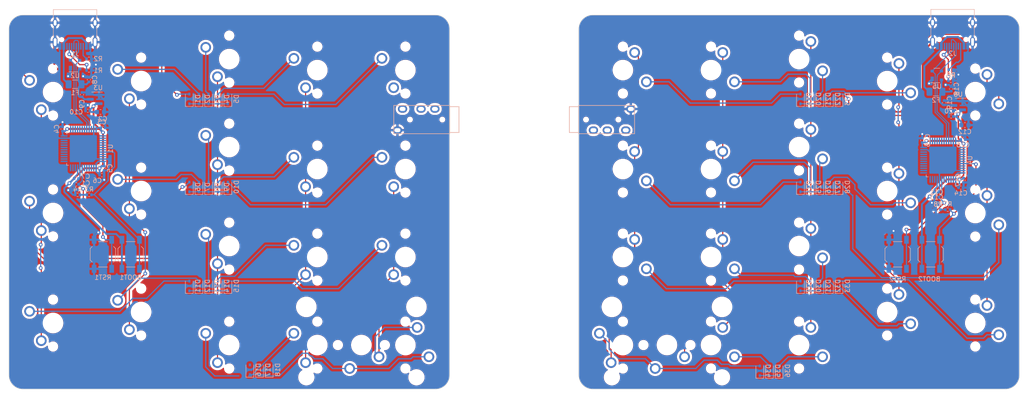
<source format=kicad_pcb>
(kicad_pcb (version 20221018) (generator pcbnew)
  (layers (0 "F.Cu" signal) (31 "B.Cu" signal) (34 "B.Paste" user) (35 "F.Paste" user) (36 "B.SilkS" user "B.Silkscreen") (37 "F.SilkS" user "F.Silkscreen") (38 "B.Mask" user) (39 "F.Mask" user) (44 "Edge.Cuts" user))
  (net 0 "")
  (net 1 "+5V")
  (net 2 "GND")
  (net 3 "+3V3")
  (net 4 "L_BOOT0")
  (net 5 "R_BOOT0")
  (net 6 "Net-(J1-CC1)")
  (net 7 "L_NRST")
  (net 8 "R_NRST")
  (net 10 "Net-(J1-CC2)")
  (net 12 "Net-(D1-A)")
  (net 13 "Net-(D2-A)")
  (net 14 "Net-(D3-A)")
  (net 15 "Net-(D4-A)")
  (net 16 "Net-(D5-A)")
  (net 17 "Net-(D6-A)")
  (net 18 "Net-(D7-A)")
  (net 19 "Net-(D8-A)")
  (net 20 "Net-(D9-A)")
  (net 21 "Net-(D10-A)")
  (net 22 "Net-(D11-A)")
  (net 23 "Net-(D12-A)")
  (net 24 "Net-(D13-A)")
  (net 25 "Net-(D14-A)")
  (net 26 "Net-(D15-A)")
  (net 27 "Net-(D16-A)")
  (net 28 "Net-(D17-A)")
  (net 29 "Net-(R3-Pad2)")
  (net 30 "Net-(D18-A)")
  (net 31 "L_VBUS")
  (net 32 "R_VBUS")
  (net 33 "L_D-")
  (net 34 "L_D+")
  (net 35 "Net-(J2-CC1)")
  (net 36 "R_D+")
  (net 37 "R_D-")
  (net 39 "Net-(J2-CC2)")
  (net 41 "Net-(R7-Pad2)")
  (net 42 "/Left Half/B9")
  (net 43 "/Left Half/B8")
  (net 44 "/Left Half/B7")
  (net 45 "/Left Half/B6")
  (net 46 "/Left Half/B5")
  (net 47 "/Left Half/B4")
  (net 48 "/Left Half/B3")
  (net 49 "/Left Half/A15")
  (net 50 "/Left Half/A14")
  (net 51 "/Left Half/A13")
  (net 52 "/Left Half/A8")
  (net 53 "/Left Half/B15")
  (net 54 "/Left Half/B14")
  (net 55 "/Left Half/B13")
  (net 56 "/Left Half/B12")
  (net 57 "/Left Half/B11")
  (net 58 "/Left Half/B10")
  (net 59 "/Left Half/B2")
  (net 60 "/Left Half/B1")
  (net 61 "/Left Half/B0")
  (net 62 "/Left Half/A7")
  (net 63 "/Left Half/A6")
  (net 64 "/Left Half/A5")
  (net 65 "/Left Half/A4")
  (net 66 "/Left Half/A3")
  (net 67 "/Left Half/A2")
  (net 68 "/Left Half/A1")
  (net 69 "/Left Half/A0")
  (net 70 "/Left Half/F1")
  (net 71 "/Left Half/F0")
  (net 72 "/Left Half/C15")
  (net 73 "/Left Half/C14")
  (net 74 "/Left Half/C13")
  (net 75 "/Right Half/C13")
  (net 76 "/Right Half/C14")
  (net 77 "/Right Half/C15")
  (net 78 "/Right Half/F0")
  (net 79 "/Right Half/F1")
  (net 80 "/Right Half/A0")
  (net 81 "/Right Half/A1")
  (net 82 "/Right Half/A2")
  (net 83 "/Right Half/A3")
  (net 84 "/Right Half/A4")
  (net 85 "/Right Half/A5")
  (net 86 "/Right Half/A6")
  (net 87 "/Right Half/A7")
  (net 88 "/Right Half/B0")
  (net 89 "/Right Half/B1")
  (net 90 "/Right Half/B2")
  (net 91 "/Right Half/B10")
  (net 92 "/Right Half/B11")
  (net 93 "/Right Half/B12")
  (net 94 "/Right Half/B13")
  (net 95 "/Right Half/B14")
  (net 96 "/Right Half/B15")
  (net 97 "/Right Half/A8")
  (net 98 "/Right Half/A13")
  (net 99 "/Right Half/A14")
  (net 100 "/Right Half/A15")
  (net 101 "/Right Half/B3")
  (net 102 "/Right Half/B4")
  (net 103 "/Right Half/B5")
  (net 104 "/Right Half/B6")
  (net 105 "/Right Half/B7")
  (net 106 "/Right Half/B8")
  (net 107 "/Right Half/B9")
  (net 108 "L_R0")
  (net 109 "L_R1")
  (net 110 "L_R2")
  (net 111 "L_R3")
  (net 112 "L_C0")
  (net 113 "L_C1")
  (net 114 "L_C2")
  (net 115 "L_C3")
  (net 116 "L_C4")
  (net 117 "GND1")
  (net 118 "R_R0")
  (net 119 "Net-(D19-A)")
  (net 120 "Net-(D20-A)")
  (net 121 "Net-(D21-A)")
  (net 122 "Net-(D22-A)")
  (net 123 "Net-(D23-A)")
  (net 124 "R_R1")
  (net 125 "Net-(D24-A)")
  (net 126 "Net-(D25-A)")
  (net 127 "Net-(D26-A)")
  (net 128 "Net-(D27-A)")
  (net 129 "Net-(D28-A)")
  (net 130 "R_R2")
  (net 131 "Net-(D29-A)")
  (net 132 "Net-(D30-A)")
  (net 133 "Net-(D31-A)")
  (net 134 "Net-(D32-A)")
  (net 135 "Net-(D33-A)")
  (net 136 "R_R3")
  (net 137 "Net-(D34-A)")
  (net 138 "Net-(D35-A)")
  (net 139 "Net-(D36-A)")
  (net 140 "R_C0")
  (net 141 "R_C1")
  (net 142 "R_C2")
  (net 143 "R_C3")
  (net 144 "R_C4")
  (net 145 "L_RX")
  (net 146 "L_TX")
  (net 147 "R_TX")
  (net 148 "R_RX")
  (footprint "PCM_marbastlib-mx:SW_MX_1.5u" (layer "F.Cu") (at 71.003274 46.656136 90)
    (fp_text reference "L_MX2")
    (fp_text value "MX_SW_solder")
  )
  (footprint "PCM_marbastlib-mx:SW_MX_1u" (layer "F.Cu") (at 128.153418 84.756232 90)
    (fp_text reference "L_MX15")
    (fp_text value "MX_SW_solder")
  )
  (footprint "PCM_marbastlib-mx:SW_MX_1u" (layer "F.Cu") (at 109.10337 84.756232 90)
    (fp_text reference "L_MX14")
    (fp_text value "MX_SW_solder")
  )
  (footprint "PCM_marbastlib-mx:SW_MX_1u" (layer "F.Cu") (at 128.153418 65.706184 90)
    (fp_text reference "L_MX10")
    (fp_text value "MX_SW_solder")
  )
  (footprint "PCM_marbastlib-mx:SW_MX_1u" (layer "F.Cu") (at 213.28332 103.80628 -90)
    (fp_text reference "R_MX19")
    (fp_text value "MX_SW_solder")
  )
  (footprint "PCM_marbastlib-mx:STAB_MX_2u" (layer "F.Cu") (at 118.628394 103.80628 180)
    (fp_text reference "S1" hide)
    (fp_text value "MX_stab")
  )
  (footprint "PCM_marbastlib-mx:SW_MX_1.25u" (layer "F.Cu") (at 90.053322 82.374976 90)
    (fp_text reference "L_MX13")
    (fp_text value "MX_SW_solder")
  )
  (footprint "PCM_marbastlib-mx:SW_MX_1u" (layer "F.Cu") (at 71.003274 70.468696 90)
    (fp_text reference "L_MX7")
    (fp_text value "MX_SW_solder")
  )
  (footprint "PCM_marbastlib-mx:SW_MX_1u" (layer "F.Cu") (at 194.233272 103.80628 -90)
    (fp_text reference "R_MX18")
    (fp_text value "MX_SW_solder")
  )
  (footprint "PCM_marbastlib-mx:SW_MX_1u" (layer "F.Cu") (at 184.708248 103.80628 180)
    (fp_text reference "R_MX16")
    (fp_text value "MX_SW_solder")
  )
  (footprint "PCM_marbastlib-mx:SW_MX_1u" (layer "F.Cu") (at 251.383416 75.231208 -90)
    (fp_text reference "R_MX10")
    (fp_text value "MX_SW_solder")
  )
  (footprint "PCM_marbastlib-mx:SW_MX_1.5u" (layer "F.Cu") (at 251.383416 99.043768 -90)
    (fp_text reference "R_MX15")
    (fp_text value "MX_SW_solder")
  )
  (footprint "PCM_marbastlib-mx:SW_MX_1u" (layer "F.Cu") (at 194.233272 84.756232 -90)
    (fp_text reference "R_MX12")
    (fp_text value "MX_SW_solder")
  )
  (footprint "PCM_marbastlib-mx:SW_MX_1.75u" (layer "F.Cu") (at 232.333368 96.662512 -90)
    (fp_text reference "R_MX14")
    (fp_text value "MX_SW_solder")
  )
  (footprint "PCM_marbastlib-mx:SW_MX_1u" (layer "F.Cu") (at 109.10337 103.80628 90)
    (fp_text reference "L_MX17")
    (fp_text value "MX_SW_solder")
  )
  (footprint "PCM_marbastlib-mx:SW_MX_1u" (layer "F.Cu") (at 118.628394 103.80628 180)
    (fp_text reference "L_MX19")
    (fp_text value "MX_SW_solder")
  )
  (footprint "PCM_marbastlib-mx:SW_MX_1.5u" (layer "F.Cu") (at 232.333368 46.656136 -90)
    (fp_text reference "R_MX4")
    (fp_text value "MX_SW_solder")
  )
  (footprint "PCM_marbastlib-mx:SW_MX_1.75u" (layer "F.Cu") (at 251.383416 49.037392 -90)
    (fp_text reference "R_MX5")
    (fp_text value "MX_SW_solder")
  )
  (footprint "PCM_marbastlib-mx:SW_MX_1.25u" (layer "F.Cu") (at 175.183224 44.27488 -90)
    (fp_text reference "R_MX1")
    (fp_text value "MX_SW_solder")
  )
  (footprint "PCM_marbastlib-mx:SW_MX_1u" (layer "F.Cu") (at 213.28332 41.893624 -90)
    (fp_text reference "R_MX3")
    (fp_text value "MX_SW_solder")
  )
  (footprint "PCM_marbastlib-mx:SW_MX_1.75u" (layer "F.Cu") (at 51.953226 49.037392 90)
    (fp_text reference "L_MX1")
    (fp_text value "MX_SW_solder")
  )
  (footprint "PCM_marbastlib-mx:SW_MX_1.25u" (layer "F.Cu") (at 109.10337 44.27488 90)
    (fp_text reference "L_MX4")
    (fp_text value "MX_SW_solder")
  )
  (footprint "PCM_marbastlib-mx:SW_MX_1u" (layer "F.Cu") (at 90.053322 103.80628 90)
    (fp_text reference "L_MX16")
    (fp_text value "MX_SW_solder")
  )
  (footprint "PCM_marbastlib-mx:SW_MX_1.25u" (layer "F.Cu") (at 128.153418 44.27488 90)
    (fp_text reference "L_MX5")
    (fp_text value "MX_SW_solder")
  )
  (footprint "PCM_marbastlib-mx:SW_MX_1.75u" (layer "F.Cu") (at 71.003274 96.662512 90)
    (fp_text reference "L_MX12")
    (fp_text value "MX_SW_solder")
  )
  (footprint "PCM_marbastlib-mx:SW_MX_1u" (layer "F.Cu") (at 90.053322 60.943672 90)
    (fp_text reference "L_MX8")
    (fp_text value "MX_SW_solder")
  )
  (footprint "PCM_marbastlib-mx:SW_MX_1u" (layer "F.Cu") (at 213.28332 60.943672 -90)
    (fp_text reference "R_MX8")
    (fp_text value "MX_SW_solder")
  )
  (footprint "PCM_marbastlib-mx:SW_MX_1u" (layer "F.Cu") (at 175.183224 84.756232 -90)
    (fp_text reference "R_MX11")
    (fp_text value "MX_SW_solder")
  )
  (footprint "PCM_marbastlib-mx:SW_MX_1u" (layer "F.Cu") (at 109.10337 65.706184 90)
    (fp_text reference "L_MX9")
    (fp_text value "MX_SW_solder")
  )
  (footprint "PCM_marbastlib-mx:SW_MX_1.25u" (layer "F.Cu") (at 194.233272 44.27488 -90)
    (fp_text reference "R_MX2")
    (fp_text value "MX_SW_solder")
  )
  (footprint "PCM_marbastlib-mx:SW_MX_1.25u" (layer "F.Cu") (at 213.28332 82.374976 -90)
    (fp_text reference "R_MX13")
    (fp_text value "MX_SW_solder")
  )
  (footprint "PCM_marbastlib-mx:SW_MX_1u" (layer "F.Cu") (at 175.183224 65.706184 -90)
    (fp_text reference "R_MX6")
    (fp_text value "MX_SW_solder")
  )
  (footprint "PCM_marbastlib-mx:SW_MX_1u" (layer "F.Cu") (at 51.953226 75.211377 90)
    (fp_text reference "L_MX6")
    (fp_text value "MX_SW_solder")
  )
  (footprint "PCM_marbastlib-mx:STAB_MX_2u" (layer "F.Cu") (at 184.708248 103.80628 180)
    (fp_text reference "S2" hide)
    (fp_text value "MX_stab")
  )
  (footprint "PCM_marbastlib-mx:SW_MX_1u" (layer "F.Cu") (at 194.233272 65.706184 -90)
    (fp_text reference "R_MX7")
    (fp_text value "MX_SW_solder")
  )
  (footprint "PCM_marbastlib-mx:SW_MX_1u" (layer "F.Cu") (at 232.333368 70.468696 -90)
    (fp_text reference "R_MX9")
    (fp_text value "MX_SW_solder")
  )
  (footprint "PCM_marbastlib-mx:SW_MX_1.5u" (layer "F.Cu") (at 51.953226 99.047766 90)
    (fp_text reference "L_MX11")
    (fp_text value "MX_SW_solder")
  )
  (footprint "PCM_marbastlib-mx:SW_MX_1u" (layer "F.Cu") (at 128.153418 103.80628 -90)
    (fp_text reference "L_MX18")
    (fp_text value "MX_SW_solder")
  )
  (footprint "PCM_marbastlib-mx:SW_MX_1u" (layer "F.Cu") (at 175.183224 103.80628 90)
    (fp_text reference "R_MX17")
    (fp_text value "MX_SW_solder")
  )
  (footprint "PCM_marbastlib-mx:SW_MX_1u" (layer "F.Cu") (at 90.053322 41.893624 90)
    (fp_text reference "L_MX3")
    (fp_text value "MX_SW_solder")
  )
  (footprint "Diode_SMD:D_SOD-323" (layer "B.Cu") (at 85.588467 91.007029 90)
    (fp_text reference "D13")
    (fp_text value "D_Small")
  )
  (footprint "Connector_USB:USB_C_Receptacle_HRO_TYPE-C-31-M-12" (layer "B.Cu") (at 246.476049 35.047513)
    (fp_text reference "J2")
    (fp_text value "USB_C_Receptacle_USB2.0")
  )
  (footprint "Keebio-Parts:TRRS-PJ-320A" (layer "B.Cu") (at 165.605869 54.990532 -90)
    (fp_text reference "U8")
    (fp_text value "TRRS")
  )
  (footprint "Diode_SMD:D_SOD-323" (layer "B.Cu") (at 87.672066 50.525677 90)
    (fp_text reference "D4")
    (fp_text value "D_Small")
  )
  (footprint "Diode_SMD:D_SOD-323" (layer "B.Cu") (at 215.664576 91.007029 90)
    (fp_text reference "D30")
    (fp_text value "D_Small")
  )
  (footprint "Diode_SMD:D_SOD-323" (layer "B.Cu") (at 219.831774 50.525677 90)
    (fp_text reference "D22")
    (fp_text value "D_Small")
  )
  (footprint "Capacitor_SMD:C_0402_1005Metric" (layer "B.Cu") (at 54.006378 57.027271 90)
    (fp_text reference "C4")
    (fp_text value "100nF")
  )
  (footprint "Package_QFP:LQFP-48_7x7mm_P0.5mm" (layer "B.Cu") (at 58.506378 61.277271 90)
    (fp_text reference "U1")
    (fp_text value "STM32F072CBT6")
  )
  (footprint "Diode_SMD:D_SOD-323" (layer "B.Cu") (at 81.421269 91.007029 90)
    (fp_text reference "D11")
    (fp_text value "D_Small")
  )
  (footprint "Capacitor_SMD:C_0402_1005Metric" (layer "B.Cu") (at 239.917764 59.494759 90)
    (fp_text reference "C15")
    (fp_text value "100nF")
  )
  (footprint "Capacitor_SMD:C_0402_1005Metric" (layer "B.Cu") (at 248.73216 59.312416)
    (fp_text reference "C16")
    (fp_text value "100nF")
  )
  (footprint "Capacitor_SMD:C_0402_1005Metric" (layer "B.Cu") (at 248.25216 69.730411)
    (fp_text reference "C14")
    (fp_text value "100nF")
  )
  (footprint "Diode_SMD:D_SOD-323" (layer "B.Cu") (at 81.421269 50.525677 90)
    (fp_text reference "D1")
    (fp_text value "D_Small")
  )
  (footprint "Capacitor_SMD:C_0402_1005Metric" (layer "B.Cu") (at 62.756378 56.777271)
    (fp_text reference "C3")
    (fp_text value "100nF")
  )
  (footprint "Button_Switch_SMD:SW_SPST_TL3342" (layer "B.Cu") (at 68.736076 84.160918 -90)
    (fp_text reference "BOOT1")
    (fp_text value "SW_SPST")
  )
  (footprint "Resistor_SMD:R_0402_1005Metric" (layer "B.Cu") (at 245.424418 74.492923 180)
    (fp_text reference "R7")
    (fp_text value "5.1k")
  )
  (footprint "Diode_SMD:D_SOD-323" (layer "B.Cu") (at 85.588467 50.525677 90)
    (fp_text reference "D3")
    (fp_text value "D_Small")
  )
  (footprint "Package_TO_SOT_SMD:SOT-143" (layer "B.Cu") (at 56.710279 43.094735)
    (fp_text reference "U2")
    (fp_text value "PRTR5V0U2X")
  )
  (footprint "Capacitor_SMD:C_0402_1005Metric" (layer "B.Cu") (at 63.006378 65.527271 -90)
    (fp_text reference "C5")
    (fp_text value "100nF")
  )
  (footprint "Resistor_SMD:R_0402_1005Metric" (layer "B.Cu") (at 246.069962 46.573474 180)
    (fp_text reference "R5")
    (fp_text value "5.1k")
  )
  (footprint "Capacitor_SMD:C_0402_1005Metric" (layer "B.Cu") (at 248.847474 68.126812 -90)
    (fp_text reference "C17")
    (fp_text value "100nF")
  )
  (footprint "Diode_SMD:D_SOD-323" (layer "B.Cu") (at 217.748175 50.525677 90)
    (fp_text reference "D21")
    (fp_text value "D_Small")
  )
  (footprint "Button_Switch_SMD:SW_SPST_TL3342" (layer "B.Cu") (at 241.744334 84.160918 -90)
    (fp_text reference "BOOT2")
    (fp_text value "SW_SPST")
  )
  (footprint "Diode_SMD:D_SOD-323" (layer "B.Cu") (at 89.755665 50.525677 90)
    (fp_text reference "D5")
    (fp_text value "D_Small")
  )
  (footprint "Diode_SMD:D_SOD-323" (layer "B.Cu") (at 83.504868 69.575725 90)
    (fp_text reference "D7")
    (fp_text value "D_Small")
  )
  (footprint "Button_Switch_SMD:SW_SPST_TL3342" (layer "B.Cu") (at 62.736076 84.160918 90)
    (fp_text reference "RST1")
    (fp_text value "SW_SPST")
  )
  (footprint "Diode_SMD:D_SOD-323" (layer "B.Cu") (at 85.588467 69.575725 90)
    (fp_text reference "D8")
    (fp_text value "D_Small")
  )
  (footprint "Button_Switch_SMD:SW_SPST_TL3342" (layer "B.Cu") (at 234.600566 84.160918 90)
    (fp_text reference "RST2")
    (fp_text value "SW_SPST")
  )
  (footprint "Diode_SMD:D_SOD-323" (layer "B.Cu") (at 98.685375 109.164106 90)
    (fp_text reference "D18")
    (fp_text value "D_Small")
  )
  (footprint "Fuse:Fuse_1206_3216Metric" (layer "B.Cu") (at 242.881049 48.95473)
    (fp_text reference "F2")
    (fp_text value "500mA")
  )
  (footprint "Diode_SMD:D_SOD-323" (layer "B.Cu") (at 219.831774 91.007029 90)
    (fp_text reference "D32")
    (fp_text value "D_Small")
  )
  (footprint "Resistor_SMD:R_0402_1005Metric" (layer "B.Cu") (at 243.340819 74.492923 180)
    (fp_text reference "R8")
    (fp_text value "5.1k")
  )
  (footprint "Diode_SMD:D_SOD-323" (layer "B.Cu") (at 87.672066 69.575725 90)
    (fp_text reference "D9")
    (fp_text value "D_Small")
  )
  (footprint "Diode_SMD:D_SOD-323" (layer "B.Cu") (at 219.831774 69.575725 90)
    (fp_text reference "D27")
    (fp_text value "D_Small")
  )
  (footprint "Diode_SMD:D_SOD-323" (layer "B.Cu") (at 217.748175 91.007029 90)
    (fp_text reference "D31")
    (fp_text value "D_Small")
  )
  (footprint "Capacitor_SMD:C_0603_1608Metric" (layer "B.Cu") (at 249.131846 56.18116)
    (fp_text reference "C12")
    (fp_text value "10uF")
  )
  (footprint "Capacitor_SMD:C_0402_1005Metric" (layer "B.Cu") (at 246.155276 48.359416 90)
    (fp_text reference "C18")
    (fp_text value "100nF")
  )
  (footprint "Package_TO_SOT_SMD:SOT-23" (layer "B.Cu") (at 60.960279 50.594735 180)
    (fp_text reference "U3")
    (fp_text value "XC6206PxxxMR-Regulator_Linear")
  )
  (footprint "Diode_SMD:D_SOD-323" (layer "B.Cu") (at 215.664576 69.575725 90)
    (fp_text reference "D25")
    (fp_text value "D_Small")
  )
  (footprint "Package_QFP:LQFP-48_7x7mm_P0.5mm" (layer "B.Cu") (at 244.382619 63.777271 90)
    (fp_text reference "U4")
    (fp_text value "STM32F072CBT6")
  )
  (footprint "Capacitor_SMD:C_0402_1005Metric" (layer "B.Cu") (at 246.155276 54.312556 180)
    (fp_text reference "C20")
    (fp_text value "1uF")
  )
  (footprint "Resistor_SMD:R_0402_1005Metric" (layer "B.Cu") (at 246.155276 44.192218)
    (fp_text reference "R6")
    (fp_text value "5.1k")
  )
  (footprint "Capacitor_SMD:C_0402_1005Metric" (layer "B.Cu") (at 62.506378 67.027271)
    (fp_text reference "C6")
    (fp_text value "100nF")
  )
  (footprint "Diode_SMD:D_SOD-323" (layer "B.Cu") (at 83.504868 91.007029 90)
    (fp_text reference "D12")
    (fp_text value "D_Small")
  )
  (footprint "Diode_SMD:D_SOD-323" (layer "B.Cu") (at 221.915373 91.007029 90)
    (fp_text reference "D33")
    (fp_text value "D_Small")
  )
  (footprint "Diode_SMD:D_SOD-323" (layer "B.Cu") (at 217.748175 69.575725 90)
    (fp_text reference "D26")
    (fp_text value "D_Small")
  )
  (footprint "Diode_SMD:D_SOD-323" (layer "B.Cu") (at 81.421269 69.575725 90)
    (fp_text reference "D6")
    (fp_text value "D_Small")
  )
  (footprint "Resistor_SMD:R_0402_1005Metric" (layer "B.Cu") (at 59.710279 44.344735 180)
    (fp_text reference "R1")
    (fp_text value "5.1k")
  )
  (footprint "Diode_SMD:D_SOD-323" (layer "B.Cu") (at 96.601776 109.164106 90)
    (fp_text reference "D17")
    (fp_text value "D_Small")
  )
  (footprint "Capacitor_SMD:C_0402_1005Metric" (layer "B.Cu") (at 244.666991 51.335986 90)
    (fp_text reference "C19")
    (fp_text value "1uF")
  )
  (footprint "Capacitor_SMD:C_0402_1005Metric" (layer "B.Cu") (at 59.460279 53.094735 180)
    (fp_text reference "C10")
    (fp_text value "1uF")
  )
  (footprint "Diode_SMD:D_SOD-323" (layer "B.Cu") (at 89.755665 91.007029 90)
    (fp_text reference "D15")
    (fp_text value "D_Small")
  )
  (footprint "Fuse:Fuse_1206_3216Metric" (layer "B.Cu") (at 56.710279 47.344735)
    (fp_text reference "F1")
    (fp_text value "500mA")
  )
  (footprint "Diode_SMD:D_SOD-323" (layer "B.Cu") (at 221.915373 69.575725 90)
    (fp_text reference "D28")
    (fp_text value "D_Small")
  )
  (footprint "Capacitor_SMD:C_0402_1005Metric" (layer "B.Cu") (at 58.210279 49.594735 90)
    (fp_text reference "C9")
    (fp_text value "1uF")
  )
  (footprint "Diode_SMD:D_SOD-323" (layer "B.Cu") (at 89.755665 69.575725 90)
    (fp_text reference "D10")
    (fp_text value "D_Small")
  )
  (footprint "Diode_SMD:D_SOD-323" (layer "B.Cu") (at 83.504868 50.525677 90)
    (fp_text reference "D2")
    (fp_text value "D_Small")
  )
  (footprint "Capacitor_SMD:C_0402_1005Metric" (layer "B.Cu") (at 56.992955 69.013848 180)
    (fp_text reference "C1")
    (fp_text value "100nF")
  )
  (footprint "Resistor_SMD:R_0402_1005Metric" (layer "B.Cu") (at 57.256378 71.277271 180)
    (fp_text reference "R4")
    (fp_text value "5.1k")
  )
  (footprint "Diode_SMD:D_SOD-323" (layer "B.Cu") (at 221.915373 50.525677 90)
    (fp_text reference "D23")
    (fp_text value "D_Small")
  )
  (footprint "Diode_SMD:D_SOD-323" (layer "B.Cu") (at 215.664576 50.525677 90)
    (fp_text reference "D20")
    (fp_text value "D_Small")
  )
  (footprint "Diode_SMD:D_SOD-323" (layer "B.Cu") (at 206.871615 109.380747 90)
    (fp_text reference "D35")
    (fp_text value "D_Small")
  )
  (footprint "Diode_SMD:D_SOD-323" (layer "B.Cu") (at 213.580977 50.525677 90)
    (fp_text reference "D19")
    (fp_text value "D_Small")
  )
  (footprint "Package_TO_SOT_SMD:SOT-143" (layer "B.Cu") (at 243.071677 45.439875)
    (fp_text reference "U5")
    (fp_text value "PRTR5V0U2X")
  )
  (footprint "Capacitor_SMD:C_0402_1005Metric" (layer "B.Cu") (at 56.992955 67.763848)
    (fp_text reference "C7")
    (fp_text value "100nF")
  )
  (footprint "Capacitor_SMD:C_0402_1005Metric" (layer "B.Cu") (at 243.009648 70.623382)
    (fp_text reference "C13")
    (fp_text value "100nF")
  )
  (footprint "Resistor_SMD:R_0402_1005Metric" (layer "B.Cu") (at 59.710279 41.844735)
    (fp_text reference "R2")
    (fp_text value "5.1k")
  )
  (footprint "Capacitor_SMD:C_0402_1005Metric" (layer "B.Cu") (at 243.009648 71.81401 180)
    (fp_text reference "C11")
    (fp_text value "100nF")
  )
  (footprint "Connector_USB:USB_C_Receptacle_HRO_TYPE-C-31-M-12" (layer "B.Cu") (at 56.715738 35.082827)
    (fp_text reference "J1")
    (fp_text value "USB_C_Receptacle_USB2.0")
  )
  (footprint "Diode_SMD:D_SOD-323" (layer "B.Cu") (at 87.672066 91.007029 90)
    (fp_text reference "D14")
    (fp_text value "D_Small")
  )
  (footprint "Resistor_SMD:R_0402_1005Metric" (layer "B.Cu") (at 59.756378 71.277271 180)
    (fp_text reference "R3")
    (fp_text value "5.1k")
  )
  (footprint "Diode_SMD:D_SOD-323" (layer "B.Cu") (at 213.580977 69.575725 90)
    (fp_text reference "D24")
    (fp_text value "D_Small")
  )
  (footprint "Capacitor_SMD:C_0603_1608Metric" (layer "B.Cu") (at 62.210279 53.344735)
    (fp_text reference "C2")
    (fp_text value "10uF")
  )
  (footprint "Capacitor_SMD:C_0402_1005Metric" (layer "B.Cu") (at 59.710279 46.344735 90)
    (fp_text reference "C8")
    (fp_text value "100nF")
  )
  (footprint "Package_TO_SOT_SMD:SOT-23" (layer "B.Cu") (at 247.68809 51.9313 180)
    (fp_text reference "U6")
    (fp_text value "XC6206PxxxMR-Regulator_Linear")
  )
  (footprint "Diode_SMD:D_SOD-323" (layer "B.Cu") (at 94.518177 109.164106 90)
    (fp_text reference "D16")
    (fp_text value "D_Small")
  )
  (footprint "Diode_SMD:D_SOD-323" (layer "B.Cu") (at 204.788016 109.380747 90)
    (fp_text reference "D34")
    (fp_text value "D_Small")
  )
  (footprint "Diode_SMD:D_SOD-323" (layer "B.Cu") (at 208.955214 109.380747 90)
    (fp_text reference "D36")
    (fp_text value "D_Small")
  )
  (footprint "Diode_SMD:D_SOD-323" (layer "B.Cu") (at 213.580977 91.007029 90)
    (fp_text reference "D29")
    (fp_text value "D_Small")
  )
  (footprint "Keebio-Parts:TRRS-PJ-320A" (layer "B.Cu") (at 137.730773 54.990532 90)
    (fp_text reference "U7")
    (fp_text value "TRRS")
  )
  (gr_arc (start 45.428202 113.331304) (mid 43.306879 112.452625) (end 42.428202 110.331304) (stroke (width 0.1)) (layer "Edge.Cuts"))
  (gr_line (start 257.90844 113.331304) (end 168.6582 113.331304) (stroke (width 0.1)) (layer "Edge.Cuts"))
  (gr_line (start 42.428202 110.331304) (end 42.428202 35.3686) (stroke (width 0.1)) (layer "Edge.Cuts"))
  (gr_arc (start 260.90844 110.331304) (mid 260.02976 112.452624) (end 257.90844 113.331304) (stroke (width 0.1)) (layer "Edge.Cuts"))
  (gr_line (start 165.6582 110.331304) (end 165.6582 35.3686) (stroke (width 0.1)) (layer "Edge.Cuts"))
  (gr_arc (start 137.678442 110.331304) (mid 136.799762 112.452624) (end 134.678442 113.331304) (stroke (width 0.1)) (layer "Edge.Cuts"))
  (gr_arc (start 257.90844 32.3686) (mid 260.02976 33.24728) (end 260.90844 35.3686) (stroke (width 0.1)) (layer "Edge.Cuts"))
  (gr_line (start 137.678442 35.3686) (end 137.678442 110.331304) (stroke (width 0.1)) (layer "Edge.Cuts"))
  (gr_line (start 134.678442 113.331304) (end 45.428202 113.331304) (stroke (width 0.1)) (layer "Edge.Cuts"))
  (gr_arc (start 134.678442 32.3686) (mid 136.799762 33.24728) (end 137.678442 35.3686) (stroke (width 0.1)) (layer "Edge.Cuts"))
  (gr_arc (start 42.428202 35.3686) (mid 43.306882 33.24728) (end 45.428202 32.3686) (stroke (width 0.1)) (layer "Edge.Cuts"))
  (gr_line (start 168.6582 32.3686) (end 257.90844 32.3686) (stroke (width 0.1)) (layer "Edge.Cuts"))
  (gr_line (start 45.428202 32.3686) (end 134.678442 32.3686) (stroke (width 0.1)) (layer "Edge.Cuts"))
  (gr_arc (start 168.6582 113.331304) (mid 166.53688 112.452624) (end 165.6582 110.331304) (stroke (width 0.1)) (layer "Edge.Cuts"))
  (gr_arc (start 165.6582 35.3686) (mid 166.53688 33.24728) (end 168.6582 32.3686) (stroke (width 0.1)) (layer "Edge.Cuts"))
  (gr_line (start 260.90844 35.3686) (end 260.90844 110.331304) (stroke (width 0.1)) (layer "Edge.Cuts"))
  (segment (start 57.460279 49.844735) (end 57.460279 47.994735) (width 0.4) (layer "B.Cu") (net 1))
  (segment (start 57.460279 44.294735) (end 57.710279 44.044735) (width 0.4) (layer "B.Cu") (net 1))
  (segment (start 244.666991 51.815986) (end 246.635276 51.815986) (width 0.4) (layer "B.Cu") (net 1))
  (segment (start 59.190279 47.344735) (end 59.710279 46.824735) (width 0.4) (layer "B.Cu") (net 1))
  (segment (start 245.857619 48.95473) (end 246.155276 48.657073) (width 0.25) (layer "B.Cu") (net 1))
  (segment (start 60.022779 50.594735) (end 58.730279 50.594735) (width 0.4) (layer "B.Cu") (net 1))
  (segment (start 57.460279 46.694735) (end 57.460279 44.294735) (width 0.4) (layer "B.Cu") (net 1))
  (segment (start 244.666991 51.815986) (end 244.356991 51.815986) (width 0.4) (layer "B.Cu") (net 1))
  (segment (start 58.110279 47.344735) (end 57.460279 46.694735) (width 0.4) (layer "B.Cu") (net 1))
  (segment (start 244.356991 51.815986) (end 243.77402 51.233015) (width 0.4) (layer "B.Cu") (net 1))
  (segment (start 244.071677 46.389875) (end 244.071677 48.745358) (width 0.4) (layer "B.Cu") (net 1))
  (segment (start 58.730279 50.594735) (end 58.210279 50.074735) (width 0.4) (layer "B.Cu") (net 1))
  (segment (start 57.460279 47.994735) (end 58.110279 47.344735) (width 0.4) (layer "B.Cu") (net 1))
  (segment (start 244.281049 48.95473) (end 245.857619 48.95473) (width 0.4) (layer "B.Cu") (net 1))
  (segment (start 58.110279 47.344735) (end 59.190279 47.344735) (width 0.4) (layer "B.Cu") (net 1))
  (segment (start 243.77402 51.233015) (end 243.77402 49.461759) (width 0.4) (layer "B.Cu") (net 1))
  (segment (start 243.77402 49.461759) (end 244.281049 48.95473) (width 0.4) (layer "B.Cu") (net 1))
  (segment (start 246.635276 51.815986) (end 246.75059 51.9313) (width 0.4) (layer "B.Cu") (net 1))
  (segment (start 58.210279 50.074735) (end 57.690279 50.074735) (width 0.4) (layer "B.Cu") (net 1))
  (segment (start 57.690279 50.074735) (end 57.460279 49.844735) (width 0.4) (layer "B.Cu") (net 1))
  (segment (start 55.242955 70.263848) (end 57.479532 68.027271) (width 0.4) (layer "F.Cu") (net 2))
  (segment (start 59.460279 46.094735) (end 58.960279 45.594735) (width 0.4) (layer "F.Cu") (net 2))
  (segment (start 55.242955 72.917797) (end 55.242955 70.263848) (width 0.4) (layer "F.Cu") (net 2))
  (segment (start 55.777743 55.527271) (end 54.006378 55.527271) (width 0.4) (layer "F.Cu") (net 2))
  (segment (start 54.006378 55.527271) (end 54.006378 69.027271) (width 0.4) (layer "F.Cu") (net 2))
  (segment (start 61.736076 79.410918) (end 55.242955 72.917797) (width 0.4) (layer "F.Cu") (net 2))
  (segment (start 58.460279 45.594735) (end 58.960279 45.594735) (width 0.4) (layer "F.Cu") (net 2))
  (segment (start 61.210279 43.344735) (end 58.960279 45.594735) (width 0.4) (layer "F.Cu") (net 2))
  (segment (start 61.210279 43.094735) (end 61.210279 43.344735) (width 0.4) (layer "F.Cu") (net 2))
  (segment (start 52.210279 38.404735) (end 52.210279 43.344735) (width 0.4) (layer "F.Cu") (net 2))
  (segment (start 59.460279 51.844735) (end 59.460279 46.094735) (width 0.4) (layer "F.Cu") (net 2))
  (segment (start 52.210279 43.344735) (end 54.460279 45.594735) (width 0.4) (layer "F.Cu") (net 2))
  (segment (start 63.006378 68.027271) (end 57.479532 68.027271) (width 0.4) (layer "F.Cu") (net 2))
  (segment (start 54.460279 45.594735) (end 55.210279 45.594735) (width 0.4) (layer "F.Cu") (net 2))
  (segment (start 54.006378 69.027271) (end 55.242955 70.263848) (width 0.4) (layer "F.Cu") (net 2))
  (segment (start 61.210279 43.094735) (end 61.210279 38.404735) (width 0.4) (layer "F.Cu") (net 2))
  (segment (start 55.777743 55.527271) (end 59.460279 51.844735) (width 0.4) (layer "F.Cu") (net 2))
  (segment (start 55.210279 45.594735) (end 58.460279 45.594735) (width 0.4) (layer "F.Cu") (net 2))
  (via (at 55.242955 70.263848) (size 0.8) (drill 0.4) (layers "F.Cu" "B.Cu") (net 2))
  (via (at 59.460279 51.844735) (size 0.8) (drill 0.4) (layers "F.Cu" "B.Cu") (net 2))
  (via (at 58.460279 45.594735) (size 0.8) (drill 0.4) (layers "F.Cu" "B.Cu") (net 2))
  (via (at 61.210279 43.094735) (size 0.8) (drill 0.4) (layers "F.Cu" "B.Cu") (net 2))
  (via (at 63.006378 68.027271) (size 0.8) (drill 0.4) (layers "F.Cu" "B.Cu") (net 2))
  (via (at 54.006378 55.527271) (size 0.8) (drill 0.4) (layers "F.Cu" "B.Cu") (net 2))
  (via (at 55.210279 45.594735) (size 0.8) (drill 0.4) (layers "F.Cu" "B.Cu") (net 2))
  (via (at 61.736076 79.410918) (size 0.8) (drill 0.4) (layers "F.Cu" "B.Cu") (net 2))
  (segment (start 61.030279 38.224735) (end 61.030279 34.044735) (width 0.4) (layer "B.Cu") (net 2))
  (segment (start 53.006378 57.027271) (end 53.486378 56.547271) (width 0.3) (layer "B.Cu") (net 2))
  (segment (start 63.236378 56.257271) (end 63.236378 56.777271) (width 0.3) (layer "B.Cu") (net 2))
  (segment (start 57.472955 67.881404) (end 57.472955 67.763848) (width 0.4) (layer "B.Cu") (net 2))
  (segment (start 57.756378 65.439771) (end 57.756378 67.480425) (width 0.3) (layer "B.Cu") (net 2))
  (segment (start 63.210279 50.957235) (end 61.897779 49.644735) (width 0.4) (layer "B.Cu") (net 2))
  (segment (start 62.986378 67.027271) (end 63.006378 68.027271) (width 0.4) (layer "B.Cu") (net 2))
  (segment (start 61.897779 49.644735) (end 60.740279 49.644735) (width 0.4) (layer "B.Cu") (net 2))
  (segment (start 57.756378 65.439771) (end 57.756378 62.027271) (width 0.3) (layer "B.Cu") (net 2))
  (segment (start 52.390279 34.044735) (end 52.390279 38.224735) (width 0.4) (layer "B.Cu") (net 2))
  (segment (start 57.756378 62.027271) (end 58.506378 61.277271) (width 0.3) (layer "B.Cu") (net 2))
  (segment (start 60.756378 57.114771) (end 60.756378 59.027271) (width 0.3) (layer "B.Cu") (net 2))
  (segment (start 60.220279 44.084735) (end 60.220279 44.344735) (width 0.4) (layer "B.Cu") (net 2))
  (segment (start 54.343878 59.027271) (end 56.256378 59.027271) (width 0.3) (layer "B.Cu") (net 2))
  (segment (start 61.210279 43.094735) (end 60.220279 42.104735) (width 0.4) (layer "B.Cu") (net 2))
  (segment (start 59.460279 51.844735) (end 58.980279 52.324735) (width 0.4) (layer "B.Cu") (net 2))
  (segment (start 62.668878 63.527271) (end 63.756378 63.527271) (width 0.3) (layer "B.Cu") (net 2))
  (segment (start 61.736076 79.410918) (end 60.836076 80.310918) (width 0.4) (layer "B.Cu") (net 2))
  (segment (start 60.740279 49.644735) (end 60.210279 49.114735) (width 0.4) (layer "B.Cu") (net 2))
  (segment (start 63.006378 66.007271) (end 63.006378 67.007271) (width 0.4) (layer "B.Cu") (net 2))
  (segment (start 55.210279 45.594735) (end 55.710279 45.094735) (width 0.4) (layer "B.Cu") (net 2))
  (segment (start 54.006378 56.547271) (end 54.006378 55.527271) (width 0.4) (layer "B.Cu") (net 2))
  (segment (start 64.006378 63.777271) (end 64.006378 65.527271) (width 0.3) (layer "B.Cu") (net 2))
  (segment (start 63.210279 53.119735) (end 63.210279 50.957235) (width 0.4) (layer "B.Cu") (net 2))
  (segment (start 58.506378 61.277271) (end 60.756378 63.527271) (width 0.3) (layer "B.Cu") (net 2))
  (segment (start 63.526378 66.007271) (end 63.006378 66.007271) (width 0.3) (layer "B.Cu") (net 2))
  (segment (start 57.756378 67.480425) (end 57.472955 67.763848) (width 0.3) (layer "B.Cu") (net 2))
  (segment (start 60.836076 80.310918) (end 60.836076 81.010918) (width 0.4) (layer "B.Cu") (net 2))
  (segment (start 59.960279 39.139735) (end 60.115279 39.139735) (width 0.4) (layer "B.Cu") (net 2))
  (segment (start 56.512955 69.013848) (end 56.512955 68.841404) (width 0.4) (layer "B.Cu") (net 2))
  (segment (start 60.836076 81.010918) (end 60.836076 87.310918) (width 0.4) (layer "B.Cu") (net 2))
  (segment (start 61.030279 34.044735) (end 52.390279 34.044735) (width 0.4) (layer "B.Cu") (net 2))
  (segment (start 60.756378 59.027271) (end 58.506378 61.277271) (width 0.3) (layer "B.Cu") (net 2))
  (segment (start 60.115279 39.139735) (end 61.030279 38.224735) (width 0.4) (layer "B.Cu") (net 2))
  (segment (start 58.460279 45.594735) (end 59.440279 45.594735) (width 0.4) (layer "B.Cu") (net 2))
  (segment (start 53.486378 56.547271) (end 54.006378 56.547271) (width 0.3) (layer "B.Cu") (net 2))
  (segment (start 56.492955 69.013848) (end 55.242955 70.263848) (width 0.4) (layer "B.Cu") (net 2))
  (segment (start 55.710279 45.094735) (end 55.710279 43.844735) (width 0.4) (layer "B.Cu") (net 2))
  (segment (start 56.256378 59.027271) (end 58.506378 61.277271) (width 0.3) (layer "B.Cu") (net 2))
  (segment (start 56.746378 71.277271) (end 56.256378 71.277271) (width 0.4) (layer "B.Cu") (net 2))
  (segment (start 53.006378 58.777271) (end 53.006378 57.027271) (width 0.3) (layer "B.Cu") (net 2))
  (segment (start 60.220279 45.354735) (end 60.960279 46.094735) (width 0.4) (layer "B.Cu") (net 2))
  (segment (start 60.960279 48.364735) (end 60.210279 49.114735) (width 0.4) (layer "B.Cu") (net 2))
  (segment (start 59.440279 45.594735) (end 59.710279 45.864735) (width 0.4) (layer "B.Cu") (net 2))
  (segment (start 60.220279 45.354735) (end 60.220279 44.344735) (width 0.4) (layer "B.Cu") (net 2))
  (segment (start 60.220279 42.104735) (end 60.220279 41.844735) (width 0.4) (layer "B.Cu") (net 2))
  (segment (start 52.390279 38.224735) (end 53.305279 39.139735) (width 0.4) (layer "B.Cu") (net 2))
  (segment (start 64.006378 65.527271) (end 63.526378 66.007271) (width 0.3) (layer "B.Cu") (net 2))
  (segment (start 53.305279 39.139735) (end 53.460279 39.139735) (width 0.4) (layer "B.Cu") (net 2))
  (segment (start 58.210279 49.114735) (end 60.210279 49.114735) (width 0.4) (layer "B.Cu") (net 2))
  (segment (start 63.756378 63.527271) (end 64.006378 63.777271) (width 0.3) (layer "B.Cu") (net 2))
  (segment (start 61.006378 55.777271) (end 62.756378 55.777271) (width 0.3) (layer "B.Cu") (net 2))
  (segment (start 54.343878 59.027271) (end 53.256378 59.027271) (width 0.3) (layer "B.Cu") (net 2))
  (segment (start 60.756378 56.027271) (end 61.006378 55.777271) (width 0.3) (layer "B.Cu") (net 2))
  (segment (start 60.960279 46.094735) (end 60.960279 48.364735) (width 0.4) (layer "B.Cu") (net 2))
  (segment (start 56.256378 71.277271) (end 55.242955 70.263848) (width 0.4) (layer "B.Cu") (net 2))
  (segment (start 61.210279 43.094735) (end 60.220279 44.084735) (width 0.4) (layer "B.Cu") (net 2))
  (segment (start 53.256378 59.027271) (end 53.006378 58.777271) (width 0.3) (layer "B.Cu") (net 2))
  (segment (start 60.756378 63.527271) (end 62.668878 63.527271) (width 0.3) (layer "B.Cu") (net 2))
  (segment (start 58.980279 52.324735) (end 58.980279 53.094735) (width 0.4) (layer "B.Cu") (net 2))
  (segment (start 62.756378 55.777271) (end 63.236378 56.257271) (width 0.3) (layer "B.Cu") (net 2))
  (segment (start 60.756378 57.114771) (end 60.756378 56.027271) (width 0.3) (layer "B.Cu") (net 2))
  (segment (start 56.512955 68.841404) (end 57.472955 67.881404) (width 0.4) (layer "B.Cu") (net 2))
  (segment (start 59.710279 45.864735) (end 60.220279 45.354735) (width 0.4) (layer "B.Cu") (net 2))
  (segment (start 62.756378 57.777271) (end 60.710279 55.731172) (width 0.4) (layer "F.Cu") (net 3))
  (segment (start 62.756378 57.777271) (end 62.756378 64.777271) (width 0.4) (layer "F.Cu") (net 3))
  (segment (start 248.847474 60.205387) (end 248.847474 67.051498) (width 0.3) (layer "F.Cu") (net 3))
  (segment (start 248.847474 67.051498) (end 247.954503 67.944469) (width 0.3) (layer "F.Cu") (net 3))
  (segment (start 62.756378 57.777271) (end 62.006378 57.027271) (width 0.4) (layer "F.Cu") (net 3))
  (segment (start 245.208561 67.944469) (end 247.954503 67.944469) (width 0.4) (layer "F.Cu") (net 3))
  (segment (start 62.756378 64.777271) (end 62.006378 65.527271) (width 0.4) (layer "F.Cu") (net 3))
  (segment (start 62.006378 57.027271) (end 61.256378 57.027271) (width 0.4) (layer "F.Cu") (net 3))
  (segment (start 248.25216 59.610073) (end 248.847474 60.205387) (width 0.4) (layer "F.Cu") (net 3))
  (segment (start 241.521363 71.631667) (end 245.208561 67.944469) (width 0.4) (layer "F.Cu") (net 3))
  (segment (start 55.492955 68.763848) (end 58.729532 65.527271) (width 0.4) (layer "F.Cu") (net 3))
  (segment (start 247.716605 59.074518) (end 247.716605 53.790286) (width 0.3) (layer "F.Cu") (net 3))
  (segment (start 248.847474 60.205387) (end 247.716605 59.074518) (width 0.3) (layer "F.Cu") (net 3))
  (segment (start 60.710279 55.731172) (end 60.710279 52.094735) (width 0.4) (layer "F.Cu") (net 3))
  (segment (start 58.729532 65.527271) (end 62.006378 65.527271) (width 0.4) (layer "F.Cu") (net 3))
  (segment (start 240.810735 59.610073) (end 248.25216 59.610073) (width 0.4) (layer "F.Cu") (net 3))
  (segment (start 55.006378 57.027271) (end 61.256378 57.027271) (width 0.4) (layer "F.Cu") (net 3))
  (via (at 247.716605 53.790286) (size 0.8) (drill 0.4) (layers "F.Cu" "B.Cu") (net 3))
  (via (at 55.492955 68.763848) (size 0.8) (drill 0.4) (layers "F.Cu" "B.Cu") (net 3))
  (via (at 240.810735 59.610073) (size 0.8) (drill 0.4) (layers "F.Cu" "B.Cu") (net 3))
  (via (at 248.847474 60.205387) (size 0.8) (drill 0.4) (layers "F.Cu" "B.Cu") (net 3))
  (via (at 241.521363 71.631667) (size 0.8) (drill 0.4) (layers "F.Cu" "B.Cu") (net 3))
  (via (at 62.756378 57.777271) (size 0.8) (drill 0.4) (layers "F.Cu" "B.Cu") (net 3))
  (via (at 55.006378 57.027271) (size 0.8) (drill 0.4) (layers "F.Cu" "B.Cu") (net 3))
  (via (at 62.006378 65.527271) (size 0.8) (drill 0.4) (layers "F.Cu" "B.Cu") (net 3))
  (via (at 60.710279 52.094735) (size 0.8) (drill 0.4) (layers "F.Cu" "B.Cu") (net 3))
  (via (at 247.954503 67.944469) (size 0.8) (drill 0.4) (layers "F.Cu" "B.Cu") (net 3))
  (segment (start 61.256378 57.114771) (end 61.593878 56.777271) (width 0.3) (layer "B.Cu") (net 3))
  (segment (start 63.490025 79.760918) (end 65.586076 79.760918) (width 0.4) (layer "B.Cu") (net 3))
  (segment (start 247.132619 66.980411) (end 247.585759 66.527271) (width 0.3) (layer "B.Cu") (net 3))
  (segment (start 62.026378 65.547271) (end 62.026378 67.027271) (width 0.4) (layer "B.Cu") (net 3))
  (segment (start 239.844334 73.308696) (end 241.521363 71.631667) (width 0.4) (layer "B.Cu") (net 3))
  (segment (start 247.954503 67.944469) (end 248.549817 67.944469) (width 0.3) (layer "B.Cu") (net 3))
  (segment (start 248.549817 67.944469) (end 248.847474 67.646812) (width 0.3) (layer "B.Cu") (net 3))
  (segment (start 56.492955 67.763848) (end 55.492955 68.763848) (width 0.4) (layer "B.Cu") (net 3))
  (segment (start 239.844334 81.010918) (end 239.844334 73.308696) (width 0.4) (layer "B.Cu") (net 3))
  (segment (start 62.756378 57.777271) (end 62.276378 57.297271) (width 0.4) (layer "B.Cu") (net 3))
  (segment (start 239.917764 59.974759) (end 240.446049 59.974759) (width 0.3) (layer "B.Cu") (net 3))
  (segment (start 54.385455 69.871348) (end 55.492955 68.763848) (width 0.4) (layer "B.Cu") (net 3))
  (segment (start 61.897779 51.544735) (end 61.260279 51.544735) (width 0.4) (layer "B.Cu") (net 3))
  (segment (start 247.954503 69.548068) (end 247.77216 69.730411) (width 0.3) (layer "B.Cu") (net 3))
  (segment (start 62.026378 67.027271) (end 61.256378 66.257271) (width 0.3) (layer "B.Cu") (net 3))
  (segment (start 62.486378 65.047271) (end 63.006378 65.047271) (width 0.4) (layer "B.Cu") (net 3))
  (segment (start 248.356846 55.475068) (end 248.356846 56.18116) (width 0.4) (layer "B.Cu") (net 3))
  (segment (start 54.006378 57.507271) (end 54.526378 57.507271) (width 0.4) (layer "B.Cu") (net 3))
  (segment (start 61.256378 66.257271) (end 61.256378 65.439771) (width 0.3) (layer "B.Cu") (net 3))
  (segment (start 243.132619 69.492126) (end 243.132619 67.939771) (width 0.3) (layer "B.Cu") (net 3))
  (segment (start 62.276378 57.297271) (end 62.276378 56.777271) (width 0.4) (layer "B.Cu") (net 3))
  (segment (start 242.529648 70.095097) (end 243.132619 69.492126) (width 0.3) (layer "B.Cu") (net 3))
  (segment (start 247.585759 66.527271) (end 248.545119 66.527271) (width 0.3) (layer "B.Cu") (net 3))
  (segment (start 248.25216 59.610073) (end 248.25216 59.312416) (width 0.3) (layer "B.Cu") (net 3))
  (segment (start 61.593878 56.777271) (end 62.276378 56.777271) (width 0.3) (layer "B.Cu") (net 3))
  (segment (start 247.716605 53.790286) (end 247.194334 54.312556) (width 0.4) (layer "B.Cu") (net 3))
  (segment (start 247.954503 67.944469) (end 247.954503 69.548068) (width 0.3) (layer "B.Cu") (net 3))
  (segment (start 247.132619 59.614771) (end 247.949805 59.614771) (width 0.3) (layer "B.Cu") (net 3))
  (segment (start 248.62559 52.8813) (end 247.716605 53.790286) (width 0.4) (layer "B.Cu") (net 3))
  (segment (start 66.836076 81.010918) (end 66.836076 87.310918) (width 0.4) (layer "B.Cu") (net 3))
  (segment (start 65.586076 79.760918) (end 66.836076 81.010918) (width 0.4) (layer "B.Cu") (net 3))
  (segment (start 59.940279 52.864735) (end 59.940279 53.094735) (width 0.4) (layer "B.Cu") (net 3))
  (segment (start 242.529648 70.623382) (end 242.529648 70.095097) (width 0.3) (layer "B.Cu") (net 3))
  (segment (start 247.194334 54.312556) (end 246.635276 54.312556) (width 0.4) (layer "B.Cu") (net 3))
  (segment (start 61.260279 51.544735) (end 59.940279 52.864735) (width 0.4) (layer "B.Cu") (net 3))
  (segment (start 54.385455 70.656348) (end 63.490025 79.760918) (width 0.4) (layer "B.Cu") (net 3))
  (segment (start 62.668878 64.027271) (end 61.756378 64.027271) (width 0.3) (layer "B.Cu") (net 3))
  (segment (start 60.190279 53.344735) (end 61.435279 53.344735) (width 0.4) (layer "B.Cu") (net 3))
  (segment (start 239.917764 60.724916) (end 240.220119 61.027271) (width 0.3) (layer "B.Cu") (net 3))
  (segment (start 57.256378 66.777271) (end 56.512955 67.520694) (width 0.3) (layer "B.Cu") (net 3))
  (segment (start 61.756378 64.027271) (end 61.256378 64.527271) (width 0.3) (layer "B.Cu") (net 3))
  (segment (start 240.446049 59.974759) (end 240.810735 59.610073) (width 0.3) (layer "B.Cu") (net 3))
  (segment (start 62.006378 65.527271) (end 62.486378 65.047271) (width 0.4) (layer "B.Cu") (net 3))
  (segment (start 57.256378 65.439771) (end 57.256378 66.777271) (width 0.3) (layer "B.Cu") (net 3))
  (segment (start 247.061532 69.135097) (end 247.132619 69.06401) (width 0.3) (layer "B.Cu") (net 3))
  (segment (start 247.132619 69.06401) (end 247.132619 67.939771) (width 0.3) (layer "B.Cu") (net 3))
  (segment (start 247.656846 69.730411) (end 247.061532 69.135097) (width 0.3) (layer "B.Cu") (net 3))
  (segment (start 239.917764 59.974759) (end 239.917764 60.724916) (width 0.3) (layer "B.Cu") (net 3))
  (segment (start 61.256378 64.527271) (end 61.256378 65.439771) (width 0.3) (layer "B.Cu") (net 3))
  (segment (start 247.194334 54.312556) (end 248.356846 55.475068) (width 0.4) (layer "B.Cu") (net 3))
  (segment (start 54.385455 70.656348) (end 54.385455 69.871348) (width 0.4) (layer "B.Cu") (net 3))
  (segment (start 247.949805 59.614771) (end 248.25216 59.312416) (width 0.3) (layer "B.Cu") (net 3))
  (segment (start 242.529648 70.623382) (end 241.521363 71.631667) (width 0.4) (layer "B.Cu") (net 3))
  (segment (start 248.847474 60.205387) (end 248.25216 59.610073) (width 0.3) (layer "B.Cu") (net 3))
  (segment (start 56.512955 67.520694) (end 56.512955 67.763848) (width 0.3) (layer "B.Cu") (net 3))
  (segment (start 61.260279 51.544735) (end 60.710279 52.094735) (width 0.4) (layer "B.Cu") (net 3))
  (segment (start 62.006378 65.527271) (end 62.026378 65.547271) (width 0.4) (layer "B.Cu") (net 3))
  (segment (start 54.006378 58.189771) (end 54.006378 57.507271) (width 0.3) (layer "B.Cu") (net 3))
  (segment (start 54.526378 57.507271) (end 55.006378 57.027271) (width 0.4) (layer "B.Cu") (net 3))
  (segment (start 54.343878 58.527271) (end 54.006378 58.189771) (width 0.3) (layer "B.Cu") (net 3))
  (segment (start 63.006378 64.364771) (end 62.668878 64.027271) (width 0.3) (layer "B.Cu") (net 3))
  (segment (start 63.006378 65.047271) (end 63.006378 64.364771) (width 0.3) (layer "B.Cu") (net 3))
  (segment (start 247.132619 67.939771) (end 247.132619 66.980411) (width 0.3) (layer "B.Cu") (net 3))
  (segment (start 239.844334 87.310918) (end 239.844334 81.010918) (width 0.3) (layer "B.Cu") (net 3))
  (segment (start 60.266378 71.277271) (end 60.781683 71.277271) (width 0.25) (layer "B.Cu") (net 4))
  (segment (start 62.668878 62.027271) (end 65.006378 62.027271) (width 0.25) (layer "B.Cu") (net 4))
  (segment (start 60.781683 71.277271) (end 63.859506 68.199448) (width 0.25) (layer "B.Cu") (net 4))
  (segment (start 70.636076 81.010918) (end 70.636076 87.310918) (width 0.25) (layer "B.Cu") (net 4))
  (segment (start 65.256378 65.202283) (end 63.859506 66.599155) (width 0.25) (layer "B.Cu") (net 4))
  (segment (start 65.256378 62.277271) (end 65.256378 65.202283) (width 0.25) (layer "B.Cu") (net 4))
  (segment (start 63.859506 68.199448) (end 63.859506 68.08744) (width 0.25) (layer "B.Cu") (net 4))
  (segment (start 60.902429 71.277271) (end 70.636076 81.010918) (width 0.25) (layer "B.Cu") (net 4))
  (segment (start 60.781683 71.277271) (end 60.902429 71.277271) (width 0.25) (layer "B.Cu") (net 4))
  (segment (start 63.859506 66.599155) (end 63.859506 68.08744) (width 0.25) (layer "B.Cu") (net 4))
  (segment (start 65.006378 62.027271) (end 65.256378 62.277271) (width 0.25) (layer "B.Cu") (net 4))
  (segment (start 246.75879 75.390979) (end 251.526387 70.623382) (width 0.25) (layer "F.Cu") (net 5))
  (segment (start 251.526387 70.623382) (end 251.526387 64.670242) (width 0.25) (layer "F.Cu") (net 5))
  (via (at 251.526387 64.670242) (size 0.8) (drill 0.4) (layers "F.Cu" "B.Cu") (net 5))
  (via (at 246.75879 75.390979) (size 0.8) (drill 0.4) (layers "F.Cu" "B.Cu") (net 5))
  (segment (start 251.526387 64.670242) (end 251.383416 64.527271) (width 0.25) (layer "B.Cu") (net 5))
  (segment (start 245.934418 74.566607) (end 246.75879 75.390979) (width 0.25) (layer "B.Cu") (net 5))
  (segment (start 243.644334 81.010918) (end 243.644334 78.505435) (width 0.25) (layer "B.Cu") (net 5))
  (segment (start 251.383416 64.527271) (end 248.545119 64.527271) (width 0.25) (layer "B.Cu") (net 5))
  (segment (start 243.644334 78.505435) (end 246.75879 75.390979) (width 0.25) (layer "B.Cu") (net 5))
  (segment (start 243.644334 81.010918) (end 243.644334 87.310918) (width 0.25) (layer "B.Cu") (net 5))
  (segment (start 59.210279 43.094735) (end 57.710279 43.094735) (width 0.25) (layer "F.Cu") (net 6))
  (segment (start 57.710279 43.094735) (end 55.460279 40.844735) (width 0.25) (layer "F.Cu") (net 6))
  (via (at 59.210279 43.094735) (size 0.8) (drill 0.4) (layers "F.Cu" "B.Cu") (net 6))
  (via (at 55.460279 40.844735) (size 0.8) (drill 0.4) (layers "F.Cu" "B.Cu") (net 6))
  (segment (start 59.200279 44.344735) (end 59.200279 43.104735) (width 0.25) (layer "B.Cu") (net 6))
  (segment (start 59.200279 43.104735) (end 59.210279 43.094735) (width 0.25) (layer "B.Cu") (net 6))
  (segment (start 55.460279 40.844735) (end 55.460279 39.139735) (width 0.25) (layer "B.Cu") (net 6))
  (segment (start 58.50168 70.022573) (end 58.456378 69.977271) (width 0.25) (layer "F.Cu") (net 7))
  (segment (start 58.50168 73.742923) (end 58.50168 70.022573) (width 0.25) (layer "F.Cu") (net 7))
  (segment (start 62.736076 80.410918) (end 62.736076 77.977319) (width 0.25) (layer "F.Cu") (net 7))
  (segment (start 62.736076 77.977319) (end 58.50168 73.742923) (width 0.25) (layer "F.Cu") (net 7))
  (via (at 62.736076 80.410918) (size 0.8) (drill 0.4) (layers "F.Cu" "B.Cu") (net 7))
  (via (at 58.456378 69.977271) (size 0.8) (drill 0.4) (layers "F.Cu" "B.Cu") (net 7))
  (segment (start 64.636076 81.010918) (end 64.636076 87.310918) (width 0.25) (layer "B.Cu") (net 7))
  (segment (start 64.636076 81.010918) (end 63.336076 81.010918) (width 0.25) (layer "B.Cu") (net 7))
  (segment (start 58.256378 68.230425) (end 57.472955 69.013848) (width 0.25) (layer "B.Cu") (net 7))
  (segment (start 63.336076 81.010918) (end 62.736076 80.410918) (width 0.25) (layer "B.Cu") (net 7))
  (segment (start 58.256378 65.439771) (end 58.256378 68.230425) (width 0.25) (layer "B.Cu") (net 7))
  (segment (start 57.472955 69.013848) (end 58.436378 69.977271) (width 0.25) (layer "B.Cu") (net 7))
  (segment (start 58.436378 69.977271) (end 58.456378 69.977271) (width 0.25) (layer "B.Cu") (net 7))
  (segment (start 238.881822 78.803092) (end 236.500566 78.803092) (width 0.25) (layer "F.Cu") (net 8))
  (segment (start 238.881822 78.803092) (end 244.680276 73.004638) (width 0.25) (layer "F.Cu") (net 8))
  (via (at 244.680276 73.004638) (size 0.8) (drill 0.4) (layers "F.Cu" "B.Cu") (net 8))
  (via (at 236.500566 78.803092) (size 0.8) (drill 0.4) (layers "F.Cu" "B.Cu") (net 8))
  (segment (start 243.489648 71.81401) (end 244.132619 71.171039) (width 0.25) (layer "B.Cu") (net 8))
  (segment (start 244.680276 73.004638) (end 243.489648 71.81401) (width 0.25) (layer "B.Cu") (net 8))
  (segment (start 236.500566 87.310918) (end 236.500566 81.010918) (width 0.25) (layer "B.Cu") (net 8))
  (segment (start 244.132619 71.171039) (end 244.132619 67.939771) (width 0.25) (layer "B.Cu") (net 8))
  (segment (start 236.500566 78.803092) (end 236.500566 81.010918) (width 0.25) (layer "B.Cu") (net 8))
  (segment (start 58.460279 39.139735) (end 58.460279 41.104735) (width 0.25) (layer "B.Cu") (net 10))
  (segment (start 58.460279 41.104735) (end 59.200279 41.844735) (width 0.25) (layer "B.Cu") (net 10))
  (segment (start 46.893057 35.642827) (end 69.812646 35.642827) (width 0.25) (layer "F.Cu") (net 12))
  (segment (start 75.468129 46.358479) (end 78.742356 49.632706) (width 0.25) (layer "F.Cu") (net 12))
  (segment (start 45.404772 45.028938) (end 45.404772 37.131112) (width 0.25) (layer "F.Cu") (net 12))
  (segment (start 69.812646 35.642827) (end 75.468129 41.29831) (width 0.25) (layer "F.Cu") (net 12))
  (segment (start 46.873226 46.497392) (end 45.404772 45.028938) (width 0.25) (layer "F.Cu") (net 12))
  (segment (start 75.468129 41.29831) (end 75.468129 46.358479) (width 0.25) (layer "F.Cu") (net 12))
  (segment (start 45.404772 37.131112) (end 46.893057 35.642827) (width 0.25) (layer "F.Cu") (net 12))
  (via (at 78.742356 49.632706) (size 0.8) (drill 0.4) (layers "F.Cu" "B.Cu") (net 12))
  (segment (start 78.742356 49.632706) (end 78.899385 49.475677) (width 0.25) (layer "B.Cu") (net 12))
  (segment (start 78.899385 49.475677) (end 81.421269 49.475677) (width 0.25) (layer "B.Cu") (net 12))
  (segment (start 78.145327 44.116136) (end 83.504868 49.475677) (width 0.25) (layer "B.Cu") (net 13))
  (segment (start 65.923274 44.116136) (end 78.145327 44.116136) (width 0.25) (layer "B.Cu") (net 13))
  (segment (start 84.973322 39.353624) (end 84.973322 48.860532) (width 0.25) (layer "B.Cu") (net 14))
  (segment (start 84.973322 48.860532) (end 85.588467 49.475677) (width 0.25) (layer "B.Cu") (net 14))
  (segment (start 104.02337 41.73488) (end 97.534626 48.223624) (width 0.25) (layer "B.Cu") (net 15))
  (segment (start 97.534626 48.223624) (end 88.924119 48.223624) (width 0.25) (layer "B.Cu") (net 15))
  (segment (start 88.924119 48.223624) (end 87.672066 49.475677) (width 0.25) (layer "B.Cu") (net 15))
  (segment (start 99.718974 49.475677) (end 89.755665 49.475677) (width 0.25) (layer "B.Cu") (net 16))
  (segment (start 101.959602 51.716305) (end 99.718974 49.475677) (width 0.25) (layer "B.Cu") (net 16))
  (segment (start 123.073418 41.73488) (end 113.091993 51.716305) (width 0.25) (layer "B.Cu") (net 16))
  (segment (start 113.091993 51.716305) (end 101.959602 51.716305) (width 0.25) (layer "B.Cu") (net 16))
  (segment (start 72.789216 85.053889) (end 78.742356 79.100749) (width 0.25) (layer "F.Cu") (net 17))
  (segment (start 78.742356 70.766353) (end 79.932984 69.575725) (width 0.25) (layer "F.Cu") (net 17))
  (segment (start 46.873226 82.057488) (end 49.869627 85.053889) (width 0.25) (layer "F.Cu") (net 17))
  (segment (start 46.873226 72.671377) (end 46.873226 82.057488) (width 0.25) (layer "F.Cu") (net 17))
  (segment (start 78.742356 79.100749) (end 78.742356 70.766353) (width 0.25) (layer "F.Cu") (net 17))
  (segment (start 49.869627 85.053889) (end 72.789216 85.053889) (width 0.25) (layer "F.Cu") (net 17))
  (via (at 79.932984 69.575725) (size 0.8) (drill 0.4) (layers "F.Cu" "B.Cu") (net 17))
  (segment (start 80.371269 69.575725) (end 81.421269 68.525725) (width 0.25) (layer "B.Cu") (net 17))
  (segment (start 79.932984 69.575725) (end 80.371269 69.575725) (width 0.25) (layer "B.Cu") (net 17))
  (segment (start 81.875955 66.896812) (end 83.504868 68.525725) (width 0.25) (layer "B.Cu") (net 18))
  (segment (start 78.603443 67.928696) (end 79.635327 66.896812) (width 0.25) (layer "B.Cu") (net 18))
  (segment (start 65.923274 67.928696) (end 78.603443 67.928696) (width 0.25) (layer "B.Cu") (net 18))
  (segment (start 79.635327 66.896812) (end 81.875955 66.896812) (width 0.25) (layer "B.Cu") (net 18))
  (segment (start 85.588467 68.525725) (end 85.588467 59.018817) (width 0.25) (layer "B.Cu") (net 19))
  (segment (start 99.795085 67.394469) (end 104.02337 63.166184) (width 0.25) (layer "B.Cu") (net 20))
  (segment (start 87.672066 68.525725) (end 88.803322 67.394469) (width 0.25) (layer "B.Cu") (net 20))
  (segment (start 88.803322 67.394469) (end 99.795085 67.394469) (width 0.25) (layer "B.Cu") (net 20))
  (segment (start 110.889312 73.445266) (end 94.675206 73.445266) (width 0.25) (layer "B.Cu") (net 21))
  (segment (start 123.073418 63.166184) (end 121.168394 63.166184) (width 0.25) (layer "B.Cu") (net 21))
  (segment (start 121.168394 63.166184) (end 110.889312 73.445266) (width 0.25) (layer "B.Cu") (net 21))
  (segment (start 94.675206 73.445266) (end 89.755665 68.525725) (width 0.25) (layer "B.Cu") (net 21))
  (segment (start 72.193902 93.685942) (end 69.217332 93.685942) (width 0.25) (layer "B.Cu") (net 22))
  (segment (start 69.217332 93.685942) (end 66.395507 96.507766) (width 0.25) (layer "B.Cu") (net 22))
  (segment (start 81.421269 89.957029) (end 75.922815 89.957029) (width 0.25) (layer "B.Cu") (net 22))
  (segment (start 75.922815 89.957029) (end 72.193902 93.685942) (width 0.25) (layer "B.Cu") (net 22))
  (segment (start 66.395507 96.507766) (end 46.873226 96.507766) (width 0.25) (layer "B.Cu") (net 22))
  (segment (start 83.504868 89.957029) (end 82.879868 89.332029) (width 0.25) (layer "B.Cu") (net 23))
  (segment (start 70.713757 89.332029) (end 65.923274 94.122512) (width 0.25) (layer "B.Cu") (net 23))
  (segment (start 82.879868 89.332029) (end 70.713757 89.332029) (width 0.25) (layer "B.Cu") (net 23))
  (segment (start 85.588467 89.957029) (end 85.588467 80.450121) (width 0.25) (layer "B.Cu") (net 24))
  (segment (start 87.672066 89.518744) (end 87.672066 89.957029) (width 0.25) (layer "B.Cu") (net 25))
  (segment (start 88.26738 88.92343) (end 87.672066 89.518744) (width 0.25) (layer "B.Cu") (net 25))
  (segment (start 91.24395 88.92343) (end 88.26738 88.92343) (width 0.25) (layer "B.Cu") (net 25))
  (segment (start 97.951148 82.216232) (end 91.24395 88.92343) (width 0.25) (layer "B.Cu") (net 25))
  (segment (start 104.02337 82.216232) (end 97.951148 82.216232) (width 0.25) (layer "B.Cu") (net 25))
  (segment (start 113.687307 91.602343) (end 123.073418 82.216232) (width 0.25) (layer "B.Cu") (net 26))
  (segment (start 104.183829 89.957029) (end 105.829143 91.602343) (width 0.25) (layer "B.Cu") (net 26))
  (segment (start 105.829143 91.602343) (end 113.687307 91.602343) (width 0.25) (layer "B.Cu") (net 26))
  (segment (start 89.755665 89.957029) (end 104.183829 89.957029) (width 0.25) (layer "B.Cu") (net 26))
  (segment (start 84.973322 108.548961) (end 86.919723 110.495362) (width 0.25) (layer "B.Cu") (net 27))
  (segment (start 84.973322 101.26628) (end 84.973322 108.548961) (width 0.25) (layer "B.Cu") (net 27))
  (segment (start 86.919723 110.495362) (end 92.136921 110.495362) (width 0.25) (layer "B.Cu") (net 27))
  (segment (start 94.22052 110.495362) (end 94.794288 110.495362) (width 0.25) (layer "B.Cu") (net 28))
  (segment (start 94.794288 110.495362) (end 104.02337 101.26628) (width 0.25) (layer "B.Cu") (net 28))
  (segment (start 57.766378 71.277271) (end 59.246378 71.277271) (width 0.4) (layer "B.Cu") (net 29))
  (segment (start 110.293998 106.78285) (end 108.508056 106.78285) (width 0.25) (layer "B.Cu") (net 30))
  (segment (start 100.926003 110.495362) (end 96.304119 110.495362) (width 0.25) (layer "B.Cu") (net 30))
  (segment (start 107.615085 106.187536) (end 107.019771 105.592222) (width 0.25) (layer "B.Cu") (net 30))
  (segment (start 129.344046 106.78285) (end 126.665133 106.78285) (width 0.25) (layer "B.Cu") (net 30))
  (segment (start 133.233418 106.34628) (end 129.780616 106.34628) (width 0.25) (layer "B.Cu") (net 30))
  (segment (start 105.829143 105.592222) (end 100.926003 110.495362) (width 0.25) (layer "B.Cu") (net 30))
  (segment (start 126.665133 106.78285) (end 124.561703 108.88628) (width 0.25) (layer "B.Cu") (net 30))
  (segment (start 112.397428 108.88628) (end 110.293998 106.78285) (width 0.25) (layer "B.Cu") (net 30))
  (segment (start 116.088394 108.88628) (end 112.397428 108.88628) (width 0.25) (layer "B.Cu") (net 30))
  (segment (start 107.019771 105.592222) (end 105.829143 105.592222) (width 0.25) (layer "B.Cu") (net 30))
  (segment (start 107.912742 106.187536) (end 107.615085 106.187536) (width 0.25) (layer "B.Cu") (net 30))
  (segment (start 124.561703 108.88628) (end 116.088394 108.88628) (width 0.25) (layer "B.Cu") (net 30))
  (segment (start 129.780616 106.34628) (end 129.344046 106.78285) (width 0.25) (layer "B.Cu") (net 30))
  (segment (start 108.508056 106.78285) (end 107.912742 106.187536) (width 0.25) (layer "B.Cu") (net 30))
  (segment (start 58.158446 37.344735) (end 55.266295 37.344735) (width 0.4) (layer "B.Cu") (net 31))
  (segment (start 54.260279 46.294735) (end 55.310279 47.344735) (width 0.35) (layer "B.Cu") (net 31))
  (segment (start 59.160279 39.139735) (end 59.160279 38.350751) (width 0.4) (layer "B.Cu") (net 31))
  (segment (start 58.158446 37.348918) (end 58.158446 37.344735) (width 0.4) (layer "B.Cu") (net 31))
  (segment (start 54.260279 39.139735) (end 54.260279 46.294735) (width 0.35) (layer "B.Cu") (net 31))
  (segment (start 59.160279 38.350751) (end 58.158446 37.348918) (width 0.4) (layer "B.Cu") (net 31))
  (segment (start 54.260279 38.350751) (end 54.260279 39.139735) (width 0.4) (layer "B.Cu") (net 31))
  (segment (start 55.266295 37.344735) (end 54.260279 38.350751) (width 0.4) (layer "B.Cu") (net 31))
  (segment (start 248.926049 38.367513) (end 248.926049 39.092513) (width 0.25) (layer "B.Cu") (net 32))
  (segment (start 244.026049 38.367513) (end 244.026049 39.777133) (width 0.25) (layer "B.Cu") (net 32))
  (segment (start 240.370107 47.932073) (end 240.370107 43.433075) (width 0.4) (layer "B.Cu") (net 32))
  (segment (start 247.654334 37.095798) (end 248.926049 38.367513) (width 0.4) (layer "B.Cu") (net 32))
  (segment (start 245.297764 37.095798) (end 247.654334 37.095798) (width 0.4) (layer "B.Cu") (net 32))
  (segment (start 244.026049 38.367513) (end 245.297764 37.095798) (width 0.4) (layer "B.Cu") (net 32))
  (segment (start 240.370107 43.433075) (end 244.026049 39.777133) (width 0.4) (layer "B.Cu") (net 32))
  (segment (start 241.481049 48.95473) (end 240.370107 47.932073) (width 0.4) (layer "B.Cu") (net 32))
  (segment (start 244.026049 39.092513) (end 244.026049 38.367513) (width 0.25) (layer "B.Cu") (net 32))
  (segment (start 56.460279 41.394735) (end 56.460279 40.344735) (width 0.2) (layer "B.Cu") (net 33))
  (segment (start 56.210279 40.344735) (end 55.960279 40.094735) (width 0.2) (layer "B.Cu") (net 33))
  (segment (start 59.256378 55.615834) (end 59.256378 57.114771) (width 0.2) (layer "B.Cu") (net 33))
  (segment (start 55.710279 42.144735) (end 56.460279 41.394735) (width 0.2) (layer "B.Cu") (net 33))
  (segment (start 59.281378 55.98352) (end 59.256378 56.00852) (width 0.2) (layer "B.Cu") (net 33))
  (segment (start 55.710279 42.194735) (end 56.485279 42.969735) (width 0.2) (layer "B.Cu") (net 33))
  (segment (start 56.485279 52.844735) (end 56.485279 42.969735) (width 0.2) (layer "B.Cu") (net 33))
  (segment (start 55.960279 40.094735) (end 55.960279 39.139735) (width 0.2) (layer "B.Cu") (net 33))
  (segment (start 56.960279 39.139735) (end 56.960279 40.094735) (width 0.2) (layer "B.Cu") (net 33))
  (segment (start 59.256378 56.00852) (end 59.256378 57.114771) (width 0.2) (layer "B.Cu") (net 33))
  (segment (start 56.960279 40.094735) (end 56.710279 40.344735) (width 0.2) (layer "B.Cu") (net 33))
  (segment (start 56.460279 40.344735) (end 56.210279 40.344735) (width 0.2) (layer "B.Cu") (net 33))
  (segment (start 56.710279 40.344735) (end 56.460279 40.344735) (width 0.2) (layer "B.Cu") (net 33))
  (segment (start 56.485279 52.844735) (end 59.256378 55.615834) (width 0.2) (layer "B.Cu") (net 33))
  (segment (start 57.210279 37.844735) (end 56.710279 37.844735) (width 0.2) (layer "B.Cu") (net 34))
  (segment (start 56.710279 37.844735) (end 56.460279 38.094735) (width 0.2) (layer "B.Cu") (net 34))
  (segment (start 56.960279 40.844735) (end 56.960279 41.394735) (width 0.2) (layer "B.Cu") (net 34))
  (segment (start 56.935279 52.658335) (end 59.756378 55.479434) (width 0.2) (layer "B.Cu") (net 34))
  (segment (start 56.460279 38.094735) (end 56.460279 39.139735) (width 0.2) (layer "B.Cu") (net 34))
  (segment (start 57.460279 38.094735) (end 57.210279 37.844735) (width 0.2) (layer "B.Cu") (net 34))
  (segment (start 59.756378 55.479434) (end 59.756378 57.114771) (width 0.2) (layer "B.Cu") (net 34))
  (segment (start 57.710279 42.194735) (end 56.935279 42.969735) (width 0.2) (layer "B.Cu") (net 34))
  (segment (start 56.960279 41.394735) (end 57.710279 42.144735) (width 0.2) (layer "B.Cu") (net 34))
  (segment (start 57.460279 39.139735) (end 57.460279 38.094735) (width 0.2) (layer "B.Cu") (net 34))
  (segment (start 56.935279 42.969735) (end 56.935279 52.658335) (width 0.2) (layer "B.Cu") (net 34))
  (segment (start 57.460279 40.344735) (end 56.960279 40.844735) (width 0.2) (layer "B.Cu") (net 34))
  (segment (start 57.460279 39.139735) (end 57.460279 40.344735) (width 0.2) (layer "B.Cu") (net 34))
  (segment (start 245.559962 41.987996) (end 244.537305 40.965339) (width 0.25) (layer "F.Cu") (net 35))
  (segment (start 245.559962 45.680503) (end 245.559962 41.987996) (width 0.25) (layer "F.Cu") (net 35))
  (via (at 245.559962 45.680503) (size 0.8) (drill 0.4) (layers "F.Cu" "B.Cu") (net 35))
  (via (at 244.537305 40.965339) (size 0.8) (drill 0.4) (layers "F.Cu" "B.Cu") (net 35))
  (segment (start 245.559962 45.680503) (end 245.559962 46.573474) (width 0.25) (layer "B.Cu") (net 35))
  (segment (start 245.226049 39.092513) (end 245.226049 40.276595) (width 0.25) (layer "B.Cu") (net 35))
  (segment (start 245.226049 40.276595) (end 244.537305 40.965339) (width 0.25) (layer "B.Cu") (net 35))
  (segment (start 243.178706 45.680503) (end 243.121677 45.737532) (width 0.2) (layer "B.Cu") (net 36))
  (segment (start 243.121677 45.737532) (end 243.121677 53.277247) (width 0.2) (layer "B.Cu") (net 36))
  (segment (start 243.178706 45.382846) (end 243.178706 45.680503) (width 0.2) (layer "B.Cu") (net 36))
  (segment (start 247.226049 41.009479) (end 244.071677 44.163851) (width 0.2) (layer "B.Cu") (net 36))
  (segment (start 246.623912 37.691112) (end 247.226049 38.293249) (width 0.2) (layer "B.Cu") (net 36))
  (segment (start 244.071677 44.163851) (end 244.071677 44.489875) (width 0.2) (layer "B.Cu") (net 36))
  (segment (start 243.121677 53.277247) (end 245.632619 55.788189) (width 0.2) (layer "B.Cu") (net 36))
  (segment (start 247.226049 38.293249) (end 247.226049 39.092513) (width 0.2) (layer "B.Cu") (net 36))
  (segment (start 246.226049 37.78831) (end 246.323247 37.691112) (width 0.2) (layer "B.Cu") (net 36))
  (segment (start 246.323247 37.691112) (end 246.623912 37.691112) (width 0.2) (layer "B.Cu") (net 36))
  (segment (start 244.071677 44.489875) (end 243.178706 45.382846) (width 0.2) (layer "B.Cu") (net 36))
  (segment (start 245.632619 55.788189) (end 245.632619 59.614771) (width 0.2) (layer "B.Cu") (net 36))
  (segment (start 246.226049 39.092513) (end 246.226049 37.78831) (width 0.2) (layer "B.Cu") (net 36))
  (segment (start 247.226049 39.092513) (end 247.226049 41.009479) (width 0.2) (layer "B.Cu") (net 36))
  (segment (start 245.132619 55.853875) (end 242.721677 53.442933) (width 0.2) (layer "B.Cu") (net 37))
  (segment (start 245.726049 40.667682) (end 245.950144 40.667682) (width 0.2) (layer "B.Cu") (net 37))
  (segment (start 242.071677 44.489875) (end 242.721677 45.139875) (width 0.2) (layer "B.Cu") (net 37))
  (segment (start 242.721677 53.442933) (end 242.721677 45.139875) (width 0.2) (layer "B.Cu") (net 37))
  (segment (start 245.132619 59.614771) (end 245.132619 55.853875) (width 0.2) (layer "B.Cu") (net 37))
  (segment (start 245.726049 40.766545) (end 243.709646 42.782948) (width 0.2) (layer "B.Cu") (net 37))
  (segment (start 242.071677 44.489875) (end 243.709646 42.851907) (width 0.2) (layer "B.Cu") (net 37))
  (segment (start 245.950144 40.667682) (end 246.726049 39.891777) (width 0.2) (layer "B.Cu") (net 37))
  (segment (start 243.709646 42.782948) (end 243.709646 42.851907) (width 0.2) (layer "B.Cu") (net 37))
  (segment (start 245.726049 40.667682) (end 245.726049 39.092513) (width 0.2) (layer "B.Cu") (net 37))
  (segment (start 245.726049 39.092513) (end 245.726049 40.766545) (width 0.2) (layer "B.Cu") (net 37))
  (segment (start 246.726049 39.891777) (end 246.726049 39.092513) (width 0.2) (layer "B.Cu") (net 37))
  (segment (start 245.645276 44.192218) (end 247.256527 42.580967) (width 0.25) (layer "B.Cu") (net 39))
  (segment (start 247.256527 42.580967) (end 247.689915 42.580967) (width 0.25) (layer "B.Cu") (net 39))
  (segment (start 247.689915 42.580967) (end 248.226049 42.044833) (width 0.25) (layer "B.Cu") (net 39))
  (segment (start 248.226049 42.044833) (end 248.226049 39.092513) (width 0.25) (layer "B.Cu") (net 39))
  (segment (start 243.850819 74.492923) (end 244.914418 74.492923) (width 0.25) (layer "B.Cu") (net 41))
  (segment (start 81.421269 51.575677) (end 89.755665 51.575677) (width 0.25) (layer "B.Cu") (net 108))
  (segment (start 81.421269 70.625725) (end 89.755665 70.625725) (width 0.25) (layer "B.Cu") (net 109))
  (segment (start 81.421269 92.057029) (end 89.755665 92.057029) (width 0.25) (layer "B.Cu") (net 110))
  (segment (start 94.518177 110.214106) (end 98.685375 110.214106) (width 0.25) (layer "B.Cu") (net 111))
  (segment (start 49.413226 81.938406) (end 49.413226 79.021377) (width 0.25) (layer "F.Cu") (net 112))
  (segment (start 49.413226 79.021377) (end 49.413226 52.847392) (width 0.25) (layer "F.Cu") (net 112))
  (segment (start 49.413226 87.276401) (end 49.274313 87.137488) (width 0.25) (layer "F.Cu") (net 112))
  (segment (start 49.413226 102.857766) (end 49.413226 87.276401) (width 0.25) (layer "F.Cu") (net 112))
  (segment (start 49.274313 82.077319) (end 49.413226 81.938406) (width 0.25) (layer "F.Cu") (net 112))
  (via (at 49.274313 87.137488) (size 0.8) (drill 0.4) (layers "F.Cu" "B.Cu") (net 112))
  (via (at 49.274313 82.077319) (size 0.8) (drill 0.4) (layers "F.Cu" "B.Cu") (net 112))
  (segment (start 49.274313 87.137488) (end 49.274313 82.077319) (width 0.25) (layer "B.Cu") (net 112))
  (segment (start 68.463274 75.965435) (end 71.896245 79.398406) (width 0.25) (layer "F.Cu") (net 113))
  (segment (start 68.463274 50.466136) (end 68.463274 74.278696) (width 0.25) (layer "F.Cu") (net 113))
  (segment (start 68.463274 74.278696) (end 68.463274 75.965435) (width 0.25) (layer "F.Cu") (net 113))
  (segment (start 68.463274 91.761087) (end 71.896245 88.328116) (width 0.25) (layer "F.Cu") (net 113))
  (segment (start 68.463274 100.472512) (end 68.463274 91.761087) (width 0.25) (layer "F.Cu") (net 113))
  (via (at 71.896245 79.398406) (size 0.8) (drill 0.4) (layers "F.Cu" "B.Cu") (net 113))
  (via (at 71.896245 88.328116) (size 0.8) (drill 0.4) (layers "F.Cu" "B.Cu") (net 113))
  (segment (start 71.896245 79.398406) (end 71.896245 88.328116) (width 0.25) (layer "B.Cu") (net 113))
  (segment (start 87.513322 107.61628) (end 87.513322 86.184976) (width 0.25) (layer "F.Cu") (net 114))
  (segment (start 87.513322 64.753672) (end 87.513322 45.703624) (width 0.25) (layer "F.Cu") (net 114))
  (segment (start 87.513322 86.184976) (end 87.513322 64.753672) (width 0.25) (layer "F.Cu") (net 114))
  (segment (start 106.56337 88.566232) (end 103.15023 91.979372) (width 0.25) (layer "F.Cu") (net 115))
  (segment (start 103.15023 91.979372) (end 103.15023 97.257826) (width 0.25) (layer "F.Cu") (net 115))
  (segment (start 106.56337 69.516184) (end 106.56337 88.566232) (width 0.25) (layer "F.Cu") (net 115))
  (segment (start 103.15023 97.257826) (end 106.56337 100.670967) (width 0.25) (layer "F.Cu") (net 115))
  (segment (start 106.56337 48.08488) (end 106.56337 69.516184) (width 0.25) (layer "F.Cu") (net 115))
  (segment (start 106.56337 100.670967) (end 106.56337 107.61628) (width 0.25) (layer "F.Cu") (net 115))
  (segment (start 122.438394 91.741256) (end 125.613418 88.566232) (width 0.25) (layer "F.Cu") (net 116))
  (segment (start 125.613418 88.566232) (end 125.613418 69.516184) (width 0.25) (layer "F.Cu") (net 116))
  (segment (start 122.438394 106.34628) (end 122.438394 91.741256) (width 0.25) (layer "F.Cu") (net 116))
  (segment (start 121.604964 102.020338) (end 123.629022 99.99628) (width 0.25) (layer "B.Cu") (net 116))
  (segment (start 122.438394 106.34628) (end 121.604964 105.51285) (width 0.25) (layer "B.Cu") (net 116))
  (segment (start 123.629022 99.99628) (end 130.693418 99.99628) (width 0.25) (layer "B.Cu") (net 116))
  (segment (start 121.604964 105.51285) (end 121.604964 102.020338) (width 0.25) (layer "B.Cu") (net 116))
  (segment (start 244.964648 47.466445) (end 241.690421 47.466445) (width 0.4) (layer "F.Cu") (net 117))
  (segment (start 239.917764 71.516353) (end 239.917764 72.89058) (width 0.4) (layer "F.Cu") (net 117))
  (segment (start 239.917764 72.89058) (end 233.707595 79.100749) (width 0.4) (layer "F.Cu") (net 117))
  (segment (start 241.155416 58.121788) (end 246.155276 53.121928) (width 0.4) (layer "F.Cu") (net 117))
  (segment (start 239.917764 71.516353) (end 241.406049 73.004638) (width 0.4) (layer "F.Cu") (net 117))
  (segment (start 246.155276 48.657073) (end 244.964648 47.466445) (width 0.4) (layer "F.Cu") (net 117))
  (segment (start 241.690421 47.466445) (end 241.392764 47.168788) (width 0.4) (layer "F.Cu") (net 117))
  (segment (start 239.917764 58.121788) (end 241.155416 58.121788) (width 0.4) (layer "F.Cu") (net 117))
  (segment (start 239.917764 71.516353) (end 239.917764 58.121788) (width 0.4) (layer "F.Cu") (net 117))
  (segment (start 241.392764 47.168788) (end 240.570107 46.346131) (width 0.4) (layer "F.Cu") (net 117))
  (segment (start 245.252401 47.754198) (end 244.964648 47.466445) (width 0.4) (layer "F.Cu") (net 117))
  (segment (start 250.796049 42.198739) (end 250.796049 38.177513) (width 0.4) (layer "F.Cu") (net 117))
  (segment (start 247.74059 45.254198) (end 250.796049 42.198739) (width 0.4) (layer "F.Cu") (net 117))
  (segment (start 242.001363 73.004638) (end 241.406049 73.004638) (width 0.4) (layer "F.Cu") (net 117))
  (segment (start 240.570107 39.763455) (end 242.156049 38.177513) (width 0.4) (layer "F.Cu") (net 117))
  (segment (start 240.570107 46.346131) (end 240.570107 39.763455) (width 0.4) (layer "F.Cu") (net 117))
  (segment (start 246.155276 53.121928) (end 246.155276 48.657073) (width 0.4) (layer "F.Cu") (net 117))
  (segment (start 245.49059 47.754198) (end 245.252401 47.754198) (width 0.4) (layer "F.Cu") (net 117))
  (segment (start 247.74059 45.504198) (end 245.49059 47.754198) (width 0.4) (layer "F.Cu") (net 117))
  (via (at 244.964648 47.466445) (size 0.8) (drill 0.4) (layers "F.Cu" "B.Cu") (net 117))
  (via (at 233.707595 79.100749) (size 0.8) (drill 0.4) (layers "F.Cu" "B.Cu") (net 117))
  (via (at 247.74059 45.254198) (size 0.8) (drill 0.4) (layers "F.Cu" "B.Cu") (net 117))
  (via (at 239.917764 58.121788) (size 0.8) (drill 0.4) (layers "F.Cu" "B.Cu") (net 117))
  (via (at 241.392764 47.168788) (size 0.8) (drill 0.4) (layers "F.Cu" "B.Cu") (net 117))
  (via (at 242.001363 73.004638) (size 0.8) (drill 0.4) (layers "F.Cu" "B.Cu") (net 117))
  (via (at 246.155276 53.121928) (size 0.8) (drill 0.4) (layers "F.Cu" "B.Cu") (net 117))
  (segment (start 248.62559 50.9813) (end 244.792305 50.9813) (width 0.4) (layer "B.Cu") (net 117))
  (segment (start 249.21216 59.312416) (end 249.21216 59.070073) (width 0.25) (layer "B.Cu") (net 117))
  (segment (start 249.906846 52.262556) (end 249.906846 56.18116) (width 0.4) (layer "B.Cu") (net 117))
  (segment (start 245.675276 54.312556) (end 245.675276 53.601928) (width 0.4) (layer "B.Cu") (net 117))
  (segment (start 242.529648 71.590992) (end 242.529648 71.81401) (width 0.25) (layer "B.Cu") (net 117))
  (segment (start 242.156049 38.177513) (end 242.156049 33.997513) (width 0.4) (layer "B.Cu") (net 117))
  (segment (start 250.641049 38.177513) (end 249.726049 39.092513) (width 0.4) (layer "B.Cu") (net 117))
  (segment (start 242.156049 33.997513) (end 250.796049 33.997513) (width 0.4) (layer "B.Cu") (net 117))
  (segment (start 239.917764 58.121788) (end 239.917764 59.014759) (width 0.25) (layer "B.Cu") (net 117))
  (segment (start 246.465276 47.879416) (end 246.155276 47.879416) (width 0.4) (layer "B.Cu") (net 117))
  (segment (start 243.632619 67.939771) (end 243.632619 64.527271) (width 0.3) (layer "B.Cu") (net 117))
  (segment (start 248.62559 50.9813) (end 249.906846 52.262556) (width 0.4) (layer "B.Cu") (net 117))
  (segment (start 244.792305 50.9813) (end 244.666991 50.855986) (width 0.4) (layer "B.Cu") (net 117))
  (segment (start 247.74059 45.254198) (end 246.75059 44.264198) (width 0.4) (layer "B.Cu") (net 117))
  (segment (start 242.001363 73.004638) (end 242.001363 73.663467) (width 0.4) (layer "B.Cu") (net 117))
  (segment (start 242.529648 72.476353) (end 242.001363 73.004638) (width 0.4) (layer "B.Cu") (net 117))
  (segment (start 248.62559 50.03973) (end 246.465276 47.879416) (width 0.4) (layer "B.Cu") (net 117))
  (segment (start 241.392764 47.168788) (end 241.392764 46.868788) (width 0.4) (layer "B.Cu") (net 117))
  (segment (start 245.742305 47.466445) (end 246.155276 47.879416) (width 0.4) (layer "B.Cu") (net 117))
  (segment (start 232.700566 87.310918) (end 232.700566 81.010918) (width 0.25) (layer "B.Cu") (net 117))
  (segment (start 242.001363 73.663467) (end 242.830819 74.492923) (width 0.4) (layer "B.Cu") (net 117))
  (segment (start 241.023305 61.527271) (end 245.523305 66.027271) (width 0.25) (layer "B.Cu") (net 117))
  (segment (start 243.071049 39.092513) (end 242.156049 38.177513) (width 0.4) (layer "B.Cu") (net 117))
  (segment (start 241.392764 46.868788) (end 242.071677 46.189875) (width 0.4) (layer "B.Cu") (net 117))
  (segment (start 243.632619 67.939771) (end 243.632619 70.480411) (width 0.3) (layer "B.Cu") (net 117))
  (segment (start 232.700566 81.010918) (end 232.700566 80.107778) (width 0.25) (layer "B.Cu") (net 117))
  (segment (start 246.579962 46.573474) (end 246.579962 47.272387) (width 0.4) (layer "B.Cu") (net 117))
  (segment (start 246.632619 58.811585) (end 246.632619 59.614771) (width 0.25) (layer "B.Cu") (net 117))
  (segment (start 247.179445 58.264759) (end 246.632619 58.811585) (width 0.25) (layer "B.Cu") (net 117))
  (segment (start 246.579962 47.272387) (end 246.155276 47.697073) (width 0.4) (layer "B.Cu") (net 117))
  (segment (start 246.579962 46.573474) (end 247.74059 45.254198) (width 0.4) (layer "B.Cu") (net 117))
  (segment (start 250.796049 33.997513) (end 250.796049 38.177513) (width 0.4) (layer "B.Cu") (net 117))
  (segment (start 242.529648 71.81401) (end 242.529648 72.476353) (width 0.4) (layer "B.Cu") (net 117))
  (segment (start 249.21216 59.070073) (end 248.406846 58.264759) (width 0.25) (layer "B.Cu") (net 117))
  (segment (start 244.964648 47.466445) (end 245.742305 47.466445) (width 0.4) (layer "B.Cu") (net 117))
  (segment (start 240.220119 61.527271) (end 241.023305 61.527271) (width 0.25) (layer "B.Cu") (net 117))
  (segment (start 246.632619 61.527271) (end 246.632619 59.614771) (width 0.3) (layer "B.Cu") (net 117))
  (segment (start 245.523305 66.027271) (end 248.545119 66.027271) (width 0.25) (layer "B.Cu") (net 117))
  (segment (start 243.489648 70.630992) (end 242.529648 71.590992) (width 0.4) (layer "B.Cu") (net 117))
  (segment (start 243.632619 64.527271) (end 246.632619 61.527271) (width 0.3) (layer "B.Cu") (net 117))
  (segment (start 245.675276 53.601928) (end 246.155276 53.121928) (width 0.4) (layer "B.Cu") (net 117))
  (segment (start 232.700566 80.107778) (end 233.707595 79.100749) (width 0.4) (layer "B.Cu") (net 117))
  (segment (start 248.406846 58.264759) (end 247.179445 58.264759) (width 0.25) (layer "B.Cu") (net 117))
  (segment (start 248.62559 50.9813) (end 248.62559 50.03973) (width 0.4) (layer "B.Cu") (net 117))
  (segment (start 221.915373 51.575677) (end 213.580977 51.575677) (width 0.25) (layer "B.Cu") (net 118))
  (segment (start 207.33018 51.418648) (end 209.273151 49.475677) (width 0.25) (layer "B.Cu") (net 119))
  (segment (start 209.273151 49.475677) (end 213.580977 49.475677) (width 0.25) (layer "B.Cu") (net 119))
  (segment (start 180.263224 46.81488) (end 185.164649 46.81488) (width 0.25) (layer "B.Cu") (net 119))
  (segment (start 185.164649 46.81488) (end 189.768417 51.418648) (width 0.25) (layer "B.Cu") (net 119))
  (segment (start 189.768417 51.418648) (end 207.33018 51.418648) (width 0.25) (layer "B.Cu") (net 119))
  (segment (start 215.664576 46.060822) (end 215.664576 49.475677) (width 0.25) (layer "B.Cu") (net 120))
  (segment (start 214.771605 45.167851) (end 215.664576 46.060822) (width 0.25) (layer "B.Cu") (net 120))
  (segment (start 209.255035 46.81488) (end 210.902064 45.167851) (width 0.25) (layer "B.Cu") (net 120))
  (segment (start 199.313272 46.81488) (end 209.255035 46.81488) (width 0.25) (layer "B.Cu") (net 120))
  (segment (start 210.902064 45.167851) (end 214.771605 45.167851) (width 0.25) (layer "B.Cu") (net 120))
  (segment (start 218.36332 48.860532) (end 217.748175 49.475677) (width 0.25) (layer "B.Cu") (net 121))
  (segment (start 218.36332 44.433624) (end 218.36332 48.860532) (width 0.25) (layer "B.Cu") (net 121))
  (segment (start 220.456774 48.850677) (end 219.831774 49.475677) (width 0.25) (layer "B.Cu") (net 122))
  (segment (start 237.413368 49.196136) (end 223.305827 49.196136) (width 0.25) (layer "B.Cu") (net 122))
  (segment (start 222.960368 48.850677) (end 220.456774 48.850677) (width 0.25) (layer "B.Cu") (net 122))
  (segment (start 223.305827 49.196136) (end 222.960368 48.850677) (width 0.25) (layer "B.Cu") (net 122))
  (segment (start 254.657643 36.535798) (end 241.858392 36.535798) (width 0.25) (layer "F.Cu") (net 123))
  (segment (start 236.798223 54.097561) (end 226.380228 54.097561) (width 0.25) (layer "F.Cu") (net 123))
  (segment (start 256.463416 38.341571) (end 254.657643 36.535798) (width 0.25) (layer "F.Cu") (net 123))
  (segment (start 226.380228 54.097561) (end 223.998972 51.716305) (width 0.25) (layer "F.Cu") (net 123))
  (segment (start 223.998972 51.716305) (end 223.998972 50.525677) (width 0.25) (layer "F.Cu") (net 123))
  (segment (start 256.463416 51.577392) (end 256.463416 38.341571) (width 0.25) (layer "F.Cu") (net 123))
  (segment (start 239.179479 39.214711) (end 239.179479 51.716305) (width 0.25) (layer "F.Cu") (net 123))
  (segment (start 241.858392 36.535798) (end 239.179479 39.214711) (width 0.25) (layer "F.Cu") (net 123))
  (segment (start 239.179479 51.716305) (end 236.798223 54.097561) (width 0.25) (layer "F.Cu") (net 123))
  (via (at 223.998972 50.525677) (size 0.8) (drill 0.4) (layers "F.Cu" "B.Cu") (net 123))
  (segment (start 222.948972 49.475677) (end 221.915373 49.475677) (width 0.25) (layer "B.Cu") (net 123))
  (segment (start 223.998972 50.525677) (end 222.948972 49.475677) (width 0.25) (layer "B.Cu") (net 123))
  (segment (start 213.580977 70.625725) (end 221.915373 70.625725) (width 0.25) (layer "B.Cu") (net 124))
  (segment (start 185.462306 73.445266) (end 204.948924 73.445266) (width 0.25) (layer "B.Cu") (net 125))
  (segment (start 204.948924 73.445266) (end 209.868465 68.525725) (width 0.25) (layer "B.Cu") (net 125))
  (segment (start 180.263224 68.246184) (end 185.462306 73.445266) (width 0.25) (layer "B.Cu") (net 125))
  (segment (start 209.868465 68.525725) (end 213.580977 68.525725) (width 0.25) (layer "B.Cu") (net 125))
  (segment (start 215.664576 65.408527) (end 214.473948 64.217899) (width 0.25) (layer "B.Cu") (net 126))
  (segment (start 215.664576 68.525725) (end 215.664576 65.408527) (width 0.25) (layer "B.Cu") (net 126))
  (segment (start 203.341557 64.217899) (end 199.313272 68.246184) (width 0.25) (layer "B.Cu") (net 126))
  (segment (start 214.473948 64.217899) (end 203.341557 64.217899) (width 0.25) (layer "B.Cu") (net 126))
  (segment (start 217.748175 68.525725) (end 217.748175 64.098817) (width 0.25) (layer "B.Cu") (net 127))
  (segment (start 217.748175 64.098817) (end 218.36332 63.483672) (width 0.25) (layer "B.Cu") (net 127))
  (segment (start 225.338428 69.129239) (end 223.701315 67.492126) (width 0.25) (layer "B.Cu") (net 128))
  (segment (start 228.761484 73.445266) (end 225.338428 70.022211) (width 0.25) (layer "B.Cu") (net 128))
  (segment (start 233.523996 73.445266) (end 228.761484 73.445266) (width 0.25) (layer "B.Cu") (net 128))
  (segment (start 237.413368 73.008696) (end 233.960566 73.008696) (width 0.25) (layer "B.Cu") (net 128))
  (segment (start 225.338428 70.022211) (end 225.338428 69.129239) (width 0.25) (layer "B.Cu") (net 128))
  (segment (start 233.960566 73.008696) (end 233.523996 73.445266) (width 0.25) (layer "B.Cu") (net 128))
  (segment (start 220.865373 67.492126) (end 219.831774 68.525725) (width 0.25) (layer "B.Cu") (net 128))
  (segment (start 223.701315 67.492126) (end 220.865373 67.492126) (width 0.25) (layer "B.Cu") (net 128))
  (segment (start 224.891943 71.361667) (end 224.751315 71.361667) (width 0.25) (layer "B.Cu") (net 129))
  (segment (start 224.891943 82.97029) (end 224.891943 71.361667) (width 0.25) (layer "B.Cu") (net 129))
  (segment (start 253.169358 89.221087) (end 231.14274 89.221087) (width 0.25) (layer "B.Cu") (net 129))
  (segment (start 256.463416 77.771208) (end 256.463416 85.927029) (width 0.25) (layer "B.Cu") (net 129))
  (segment (start 256.463416 85.927029) (end 253.169358 89.221087) (width 0.25) (layer "B.Cu") (net 129))
  (segment (start 224.751315 71.361667) (end 221.915373 68.525725) (width 0.25) (layer "B.Cu") (net 129))
  (segment (start 231.14274 89.221087) (end 224.891943 82.97029) (width 0.25) (layer "B.Cu") (net 129))
  (segment (start 213.580977 92.057029) (end 219.831774 92.057029) (width 0.25) (layer "B.Cu") (net 130))
  (segment (start 219.831774 92.057029) (end 221.915373 92.057029) (width 0.25) (layer "B.Cu") (net 130))
  (segment (start 180.263224 87.296232) (end 184.569335 91.602343) (width 0.25) (layer "B.Cu") (net 131))
  (segment (start 197.507499 91.602343) (end 199.152813 89.957029) (width 0.25) (layer "B.Cu") (net 131))
  (segment (start 199.152813 89.957029) (end 213.580977 89.957029) (width 0.25) (layer "B.Cu") (net 131))
  (segment (start 184.569335 91.602343) (end 197.507499 91.602343) (width 0.25) (layer "B.Cu") (net 131))
  (segment (start 200.722016 88.704976) (end 212.092692 88.704976) (width 0.25) (layer "B.Cu") (net 132))
  (segment (start 212.38146 88.993744) (end 212.092692 88.704976) (width 0.25) (layer "B.Cu") (net 132))
  (segment (start 214.701291 88.993744) (end 215.664576 89.957029) (width 0.25) (layer "B.Cu") (net 132))
  (segment (start 199.313272 87.296232) (end 200.722016 88.704976) (width 0.25) (layer "B.Cu") (net 132))
  (segment (start 214.701291 88.993744) (end 212.38146 88.993744) (width 0.25) (layer "B.Cu") (net 132))
  (segment (start 218.36332 89.341884) (end 217.748175 89.957029) (width 0.25) (layer "B.Cu") (net 133))
  (segment (start 218.36332 84.914976) (end 218.36332 89.341884) (width 0.25) (layer "B.Cu") (net 133))
  (segment (start 230.386518 99.639082) (end 230.386518 99.609454) (width 0.25) (layer "B.Cu") (net 134))
  (segment (start 220.957787 91.083042) (end 219.831774 89.957029) (width 0.25) (layer "B.Cu") (net 134))
  (segment (start 230.386518 99.609454) (end 221.860106 91.083042) (width 0.25) (layer "B.Cu") (net 134))
  (segment (start 234.416967 99.639082) (end 230.386518 99.639082) (width 0.25) (layer "B.Cu") (net 134))
  (segment (start 221.860106 91.083042) (end 220.957787 91.083042) (width 0.25) (layer "B.Cu") (net 134))
  (segment (start 237.413368 99.202512) (end 234.853537 99.202512) (width 0.25) (layer "B.Cu") (net 134))
  (segment (start 234.853537 99.202512) (end 234.416967 99.639082) (width 0.25) (layer "B.Cu") (net 134))
  (segment (start 253.169358 102.317995) (end 249.597474 102.317995) (width 0.25) (layer "B.Cu") (net 135))
  (segment (start 256.463416 101.583768) (end 253.903585 101.583768) (width 0.25) (layer "B.Cu") (net 135))
  (segment (start 253.903585 101.583768) (end 253.169358 102.317995) (width 0.25) (layer "B.Cu") (net 135))
  (segment (start 249.597474 102.317995) (end 236.950566 89.671087) (width 0.25) (layer "B.Cu") (net 135))
  (segment (start 223.106001 89.957029) (end 221.915373 89.957029) (width 0.25) (layer "B.Cu") (net 135))
  (segment (start 223.391943 89.671087) (end 223.106001 89.957029) (width 0.25) (layer "B.Cu") (net 135))
  (segment (start 236.950566 89.671087) (end 223.391943 89.671087) (width 0.25) (layer "B.Cu") (net 135))
  (segment (start 204.788016 110.430747) (end 208.955214 110.430747) (width 0.25) (layer "B.Cu") (net 136))
  (segment (start 182.168248 108.88628) (end 190.939214 108.88628) (width 0.25) (layer "B.Cu") (net 137))
  (segment (start 170.103224 101.26628) (end 172.206654 103.36971) (width 0.25) (layer "B.Cu") (net 137))
  (segment (start 192.744987 107.080507) (end 195.589317 107.080507) (width 0.25) (layer "B.Cu") (net 137))
  (segment (start 174.290253 106.78285) (end 180.064818 106.78285) (width 0.25) (layer "B.Cu") (net 137))
  (segment (start 196.482288 107.973478) (end 198.102813 107.973478) (width 0.25) (layer "B.Cu") (net 137))
  (segment (start 172.206654 104.699251) (end 174.290253 106.78285) (width 0.25) (layer "B.Cu") (net 137))
  (segment (start 190.939214 108.88628) (end 192.744987 107.080507) (width 0.25) (layer "B.Cu") (net 137))
  (segment (start 180.064818 106.78285) (end 182.168248 108.88628) (width 0.25) (layer "B.Cu") (net 137))
  (segment (start 172.206654 103.36971) (end 172.206654 104.699251) (width 0.25) (layer "B.Cu") (net 137))
  (segment (start 198.102813 107.973478) (end 198.209194 108.079859) (width 0.25) (layer "B.Cu") (net 137))
  (segment (start 198.460082 108.330747) (end 198.209194 108.079859) (width 0.25) (layer "B.Cu") (net 137))
  (segment (start 195.589317 107.080507) (end 196.482288 107.973478) (width 0.25) (layer "B.Cu") (net 137))
  (segment (start 204.788016 108.330747) (end 198.460082 108.330747) (width 0.25) (layer "B.Cu") (net 137))
  (segment (start 205.689188 107.148319) (end 204.887148 106.34628) (width 0.25) (layer "B.Cu") (net 138))
  (segment (start 204.887149 106.34628) (end 205.689188 107.148319) (width 0.25) (layer "B.Cu") (net 138))
  (segment (start 205.689188 107.148319) (end 206.871615 108.330747) (width 0.25) (layer "B.Cu") (net 138))
  (segment (start 204.887148 106.34628) (end 199.313272 106.34628) (width 0.25) (layer "B.Cu") (net 138))
  (segment (start 208.955214 108.330747) (end 210.427098 106.858863) (width 0.25) (layer "B.Cu") (net 139))
  (segment (start 210.427098 106.858863) (end 210.443499 106.858863) (width 0.25) (layer "B.Cu") (net 139))
  (segment (start 210.443499 106.858863) (end 210.956082 106.34628) (width 0.25) (layer "B.Cu") (net 139))
  (segment (start 210.956082 106.34628) (end 218.36332 106.34628) (width 0.25) (layer "B.Cu") (net 139))
  (segment (start 177.723224 98.885024) (end 176.076195 100.532053) (width 0.25) (layer "F.Cu") (net 140))
  (segment (start 178.533793 41.275449) (end 178.533793 61.085615) (width 0.25) (layer "F.Cu") (net 140))
  (segment (start 177.723224 92.951715) (end 177.723224 80.946232) (width 0.25) (layer "F.Cu") (net 140))
  (segment (start 172.206654 101.722681) (end 172.206654 104.401594) (width 0.25) (layer "F.Cu") (net 140))
  (segment (start 172.206654 104.401594) (end 172.643224 104.838164) (width 0.25) (layer "F.Cu") (net 140))
  (segment (start 177.723224 61.896184) (end 177.723224 80.946232) (width 0.25) (layer "F.Cu") (net 140))
  (segment (start 176.076195 100.532053) (end 173.397282 100.532053) (width 0.25) (layer "F.Cu") (net 140))
  (segment (start 188.518248 103.746739) (end 177.723224 92.951715) (width 0.25) (layer "F.Cu") (net 140))
  (segment (start 188.518248 106.34628) (end 188.518248 103.746739) (width 0.25) (layer "F.Cu") (net 140))
  (segment (start 173.397282 100.532053) (end 172.206654 101.722681) (width 0.25) (layer "F.Cu") (net 140))
  (segment (start 177.723224 80.946232) (end 177.723224 98.885024) (width 0.25) (layer "F.Cu") (net 140))
  (segment (start 178.533793 61.085615) (end 177.723224 61.896184) (width 0.25) (layer "F.Cu") (net 140))
  (segment (start 177.723224 40.46488) (end 178.533793 41.275449) (width 0.25) (layer "F.Cu") (net 140))
  (segment (start 172.643224 104.838164) (end 172.643224 107.61628) (width 0.25) (layer "F.Cu") (net 140))
  (segment (start 199.591098 97.178455) (end 199.591098 93.090628) (width 0.25) (layer "F.Cu") (net 141))
  (segment (start 196.773272 99.99628) (end 199.591098 97.178455) (width 0.25) (layer "F.Cu") (net 141))
  (segment (start 199.591098 93.090628) (end 196.773272 90.272802) (width 0.25) (layer "F.Cu") (net 141))
  (segment (start 196.773272 40.46488) (end 196.773272 61.896184) (width 0.25) (layer "F.Cu") (net 141))
  (segment (start 196.773272 90.272802) (end 196.773272 80.946232) (width 0.25) (layer "F.Cu") (net 141))
  (segment (start 196.773272 61.896184) (end 196.773272 80.946232) (width 0.25) (layer "F.Cu") (net 141))
  (segment (start 215.82332 99.99628) (end 215.82332 78.564976) (width 0.25) (layer "F.Cu") (net 142))
  (segment (start 215.82332 57.133672) (end 215.82332 38.083624) (width 0.25) (layer "F.Cu") (net 142))
  (segment (start 215.82332 78.564976) (end 215.82332 57.133672) (width 0.25) (layer "F.Cu") (net 142))
  (segment (start 230.845083 85.94686) (end 234.873368 89.975145) (width 0.25) (layer "F.Cu") (net 143))
  (segment (start 234.873368 52.152875) (end 234.714624 52.311619) (width 0.25) (layer "F.Cu") (net 143))
  (segment (start 234.714624 55.585846) (end 234.873368 55.74459) (width 0.25) (layer "F.Cu") (net 143))
  (segment (start 234.873368 66.658696) (end 234.873368 75.965435) (width 0.25) (layer "F.Cu") (net 143))
  (segment (start 230.845083 79.99372) (end 230.845083 85.94686) (width 0.25) (layer "F.Cu") (net 143))
  (segment (start 234.873368 42.846136) (end 234.873368 52.152875) (width 0.25) (layer "F.Cu") (net 143))
  (segment (start 234.873368 75.965435) (end 230.845083 79.99372) (width 0.25) (layer "F.Cu") (net 143))
  (segment (start 234.873368 55.74459) (end 234.873368 66.658696) (width 0.25) (layer "F.Cu") (net 143))
  (segment (start 234.873368 89.975145) (end 234.873368 92.852512) (width 0.25) (layer "F.Cu") (net 143))
  (via (at 234.714624 52.311619) (size 0.8) (drill 0.4) (layers "F.Cu" "B.Cu") (net 143))
  (via (at 234.714624 55.585846) (size 0.8) (drill 0.4) (layers "F.Cu" "B.Cu") (net 143))
  (segment (start 234.714624 52.311619) (end 234.714624 55.585846) (width 0.25) (layer "B.Cu") (net 143))
  (segment (start 253.923416 71.421208) (end 253.923416 95.233768) (width 0.25) (layer "F.Cu") (net 144))
  (segment (start 253.923416 45.227392) (end 253.923416 71.421208) (width 0.25) (layer "F.Cu") (net 144))
  (zone (net 2) (net_name "GND") (layer "F.Cu") (connect_pads (clearance 0.5)) (min_thickness 0.25) (fill yes (thermal_gap 0.5) (thermal_bridge_width 0.5))
    (polygon (pts (xy 138.410505 30.361014) (xy 138.410505 114.300288) (xy 40.481352 114.300288) (xy 40.481352 30.361014)))
  )
  (zone (net 117) (net_name "GND1") (layer "F.Cu") (connect_pads (clearance 0.5)) (min_thickness 0.25) (fill yes (thermal_gap 0.5) (thermal_bridge_width 0.5))
    (polygon (pts (xy 261.93816 30.956328) (xy 261.93816 114.895602) (xy 164.009007 114.895602) (xy 164.009007 30.956328)))
  )
  (zone (net 117) (net_name "GND1") (layer "B.Cu") (connect_pads (clearance 0.5)) (min_thickness 0.25) (fill yes (thermal_gap 0.5) (thermal_bridge_width 0.5))
    (polygon (pts (xy 261.93816 30.956328) (xy 261.93816 114.895602) (xy 164.009007 114.895602) (xy 164.009007 30.956328)))
  )
  (zone (net 2) (net_name "GND") (layer "B.Cu") (connect_pads (clearance 0.5)) (min_thickness 0.25) (fill yes (thermal_gap 0.5) (thermal_bridge_width 0.5))
    (polygon (pts (xy 138.410505 30.361014) (xy 138.410505 114.300288) (xy 40.481352 114.300288) (xy 40.481352 30.361014)))
  )
)
</source>
